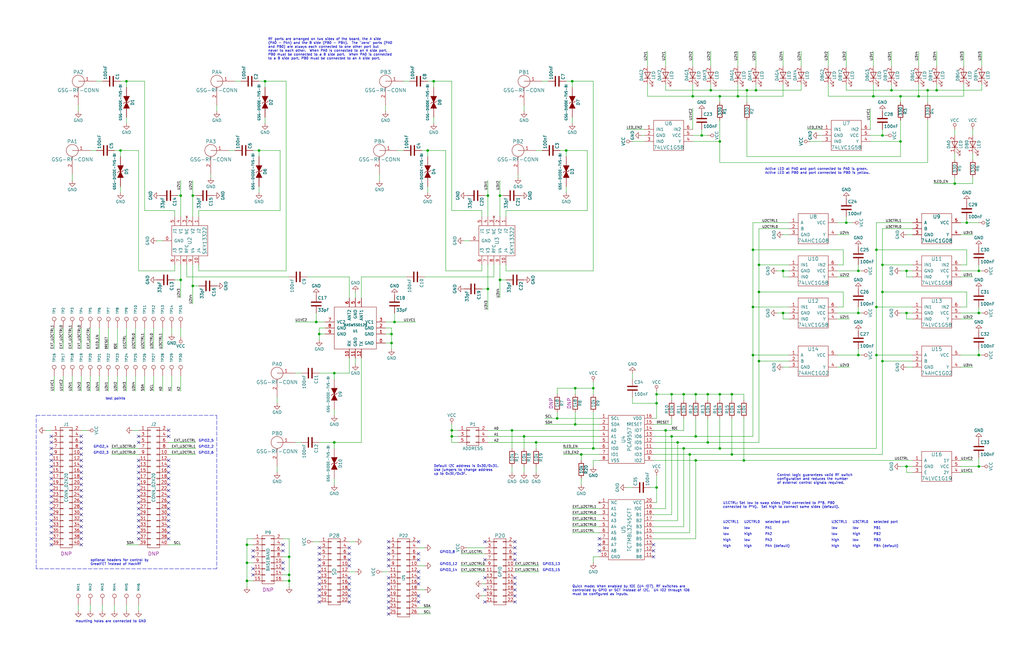
<source format=kicad_sch>
(kicad_sch (version 20230121) (generator eeschema)
  (paper "User" 431.8 279.4)
  (title_block (title "Opera Cake") (date "${DATE}") (rev "${VERSION}") (company "Copyright 2024 Great Scott Gadgets") (comment 1 "License: GPL v2"))
  (junction (at 76.2 82.55))
  (junction (at 368.3 40.64))
  (junction (at 133.35 135.89))
  (junction (at 220.98 184.15))
  (junction (at 372.11 152.4))
  (junction (at 104.14 229.87))
  (junction (at 242.57 179.07))
  (junction (at 313.69 194.31))
  (junction (at 111.76 34.29))
  (junction (at 382.27 132.08))
  (junction (at 140.97 186.69))
  (junction (at 382.27 114.3))
  (junction (at 299.72 38.1))
  (junction (at 109.22 63.5))
  (junction (at 292.1 40.64))
  (junction (at 288.29 166.37))
  (junction (at 320.04 123.19))
  (junction (at 330.2 114.3))
  (junction (at 298.45 166.37))
  (junction (at 412.75 149.86))
  (junction (at 245.11 191.77))
  (junction (at 53.34 34.29))
  (junction (at 180.34 63.5))
  (junction (at 283.21 166.37))
  (junction (at 387.35 40.64))
  (junction (at 104.14 237.49))
  (junction (at 276.86 170.18))
  (junction (at 190.5 181.61))
  (junction (at 190.5 184.15))
  (junction (at 298.45 186.69))
  (junction (at 303.53 59.69))
  (junction (at 303.53 189.23))
  (junction (at 104.14 245.11))
  (junction (at 293.37 166.37))
  (junction (at 308.61 191.77))
  (junction (at 121.92 242.57))
  (junction (at 317.5 149.86))
  (junction (at 166.37 135.89))
  (junction (at 356.87 93.98))
  (junction (at 81.28 82.55))
  (junction (at 205.74 121.92))
  (junction (at 407.67 93.98))
  (junction (at 205.74 82.55))
  (junction (at 238.76 63.5))
  (junction (at 375.92 38.1))
  (junction (at 242.57 163.83))
  (junction (at 369.57 149.86))
  (junction (at 412.75 132.08))
  (junction (at 320.04 152.4))
  (junction (at 394.97 38.1))
  (junction (at 369.57 105.41))
  (junction (at 76.2 118.11))
  (junction (at 382.27 196.85))
  (junction (at 303.53 166.37))
  (junction (at 330.2 132.08))
  (junction (at 134.62 140.97))
  (junction (at 293.37 184.15))
  (junction (at 314.96 38.1))
  (junction (at 226.06 186.69))
  (junction (at 402.59 77.47))
  (junction (at 50.8 63.5))
  (junction (at 311.15 40.64))
  (junction (at 379.73 59.69))
  (junction (at 215.9 181.61))
  (junction (at 81.28 120.65))
  (junction (at 250.19 189.23))
  (junction (at 412.75 114.3))
  (junction (at 121.92 234.95))
  (junction (at 241.3 34.29))
  (junction (at 379.73 40.64))
  (junction (at 369.57 129.54))
  (junction (at 288.29 189.23))
  (junction (at 372.11 57.15))
  (junction (at 308.61 166.37))
  (junction (at 121.92 245.11))
  (junction (at 182.88 34.29))
  (junction (at 165.1 140.97))
  (junction (at 234.95 176.53))
  (junction (at 361.95 132.08))
  (junction (at 276.86 166.37))
  (junction (at 293.37 194.31))
  (junction (at 412.75 196.85))
  (junction (at 391.16 38.1))
  (junction (at 361.95 149.86))
  (junction (at 295.91 57.15))
  (junction (at 372.11 111.76))
  (junction (at 317.5 105.41))
  (junction (at 283.21 184.15))
  (junction (at 165.1 144.78))
  (junction (at 280.67 181.61))
  (junction (at 276.86 205.74))
  (junction (at 303.53 40.64))
  (junction (at 320.04 111.76))
  (junction (at 361.95 114.3))
  (junction (at 210.82 82.55))
  (junction (at 210.82 118.11))
  (junction (at 250.19 163.83))
  (junction (at 318.77 38.1))
  (junction (at 317.5 129.54))
  (junction (at 140.97 157.48))
  (junction (at 372.11 123.19))
  (junction (at 285.75 186.69))
  (junction (at 290.83 191.77))
  (no_connect (at 21.59 194.31))
  (no_connect (at 34.29 212.09))
  (no_connect (at 119.38 229.87))
  (no_connect (at 71.12 207.01))
  (no_connect (at 34.29 227.33))
  (no_connect (at 176.53 236.22))
  (no_connect (at 163.83 254))
  (no_connect (at 21.59 229.87))
  (no_connect (at 58.42 224.79))
  (no_connect (at 34.29 209.55))
  (no_connect (at 163.83 246.38))
  (no_connect (at 176.53 233.68))
  (no_connect (at 34.29 204.47))
  (no_connect (at 21.59 201.93))
  (no_connect (at 58.42 199.39))
  (no_connect (at 217.17 243.84))
  (no_connect (at 106.68 232.41))
  (no_connect (at 21.59 227.33))
  (no_connect (at 21.59 212.09))
  (no_connect (at 71.12 214.63))
  (no_connect (at 58.42 204.47))
  (no_connect (at 217.17 231.14))
  (no_connect (at 34.29 186.69))
  (no_connect (at 163.83 233.68))
  (no_connect (at 34.29 199.39))
  (no_connect (at 163.83 248.92))
  (no_connect (at 58.42 217.17))
  (no_connect (at 134.62 251.46))
  (no_connect (at 252.73 232.41))
  (no_connect (at 275.59 234.95))
  (no_connect (at 204.47 236.22))
  (no_connect (at 147.32 254))
  (no_connect (at 163.83 231.14))
  (no_connect (at 134.62 236.22))
  (no_connect (at 147.32 231.14))
  (no_connect (at 21.59 189.23))
  (no_connect (at 163.83 238.76))
  (no_connect (at 34.29 207.01))
  (no_connect (at 176.53 251.46))
  (no_connect (at 71.12 224.79))
  (no_connect (at 58.42 209.55))
  (no_connect (at 134.62 246.38))
  (no_connect (at 134.62 254))
  (no_connect (at 71.12 201.93))
  (no_connect (at 252.73 229.87))
  (no_connect (at 106.68 242.57))
  (no_connect (at 217.17 228.6))
  (no_connect (at 34.29 196.85))
  (no_connect (at 34.29 222.25))
  (no_connect (at 275.59 229.87))
  (no_connect (at 71.12 181.61))
  (no_connect (at 71.12 227.33))
  (no_connect (at 134.62 241.3))
  (no_connect (at 252.73 227.33))
  (no_connect (at 176.53 246.38))
  (no_connect (at 58.42 196.85))
  (no_connect (at 163.83 228.6))
  (no_connect (at 21.59 184.15))
  (no_connect (at 34.29 214.63))
  (no_connect (at 134.62 248.92))
  (no_connect (at 58.42 194.31))
  (no_connect (at 163.83 243.84))
  (no_connect (at 34.29 189.23))
  (no_connect (at 21.59 219.71))
  (no_connect (at 217.17 236.22))
  (no_connect (at 21.59 207.01))
  (no_connect (at 34.29 217.17))
  (no_connect (at 71.12 196.85))
  (no_connect (at 71.12 209.55))
  (no_connect (at 147.32 251.46))
  (no_connect (at 71.12 217.17))
  (no_connect (at 21.59 222.25))
  (no_connect (at 71.12 222.25))
  (no_connect (at 204.47 248.92))
  (no_connect (at 71.12 219.71))
  (no_connect (at 217.17 246.38))
  (no_connect (at 58.42 201.93))
  (no_connect (at 21.59 224.79))
  (no_connect (at 58.42 184.15))
  (no_connect (at 147.32 243.84))
  (no_connect (at 134.62 233.68))
  (no_connect (at 71.12 184.15))
  (no_connect (at 34.29 224.79))
  (no_connect (at 58.42 207.01))
  (no_connect (at 217.17 233.68))
  (no_connect (at 176.53 243.84))
  (no_connect (at 58.42 212.09))
  (no_connect (at 176.53 254))
  (no_connect (at 163.83 256.54))
  (no_connect (at 21.59 186.69))
  (no_connect (at 34.29 191.77))
  (no_connect (at 119.38 232.41))
  (no_connect (at 71.12 199.39))
  (no_connect (at 134.62 231.14))
  (no_connect (at 134.62 238.76))
  (no_connect (at 204.47 228.6))
  (no_connect (at 21.59 191.77))
  (no_connect (at 147.32 246.38))
  (no_connect (at 217.17 248.92))
  (no_connect (at 217.17 254))
  (no_connect (at 34.29 194.31))
  (no_connect (at 58.42 219.71))
  (no_connect (at 163.83 251.46))
  (no_connect (at 21.59 214.63))
  (no_connect (at 134.62 243.84))
  (no_connect (at 106.68 240.03))
  (no_connect (at 147.32 248.92))
  (no_connect (at 163.83 236.22))
  (no_connect (at 58.42 186.69))
  (no_connect (at 34.29 201.93))
  (no_connect (at 21.59 217.17))
  (no_connect (at 58.42 227.33))
  (no_connect (at 119.38 237.49))
  (no_connect (at 21.59 204.47))
  (no_connect (at 176.53 228.6))
  (no_connect (at 176.53 241.3))
  (no_connect (at 217.17 251.46))
  (no_connect (at 204.47 243.84))
  (no_connect (at 58.42 214.63))
  (no_connect (at 71.12 212.09))
  (no_connect (at 71.12 194.31))
  (no_connect (at 204.47 254))
  (no_connect (at 21.59 196.85))
  (no_connect (at 147.32 238.76))
  (no_connect (at 147.32 233.68))
  (no_connect (at 21.59 209.55))
  (no_connect (at 147.32 236.22))
  (no_connect (at 119.38 240.03))
  (no_connect (at 58.42 222.25))
  (no_connect (at 21.59 199.39))
  (no_connect (at 106.68 234.95))
  (no_connect (at 34.29 229.87))
  (no_connect (at 34.29 184.15))
  (no_connect (at 163.83 259.08))
  (no_connect (at 34.29 219.71))
  (no_connect (at 275.59 232.41))
  (no_connect (at 71.12 204.47))
  (wire (pts (xy 273.05 21.59) (xy 273.05 27.94)))
  (wire (pts (xy 402.59 54.61) (xy 402.59 57.15)))
  (wire (pts (xy 311.15 40.64) (xy 330.2 40.64)))
  (wire (pts (xy 181.61 259.08) (xy 176.53 259.08)))
  (wire (pts (xy 241.3 217.17) (xy 252.73 217.17)))
  (wire (pts (xy 234.95 176.53) (xy 252.73 176.53)))
  (wire (pts (xy 190.5 181.61) (xy 193.04 181.61)))
  (wire (pts (xy 382.27 116.84) (xy 384.81 116.84)))
  (wire (pts (xy 406.4 40.64) (xy 406.4 35.56)))
  (wire (pts (xy 250.19 173.99) (xy 250.19 189.23)))
  (wire (pts (xy 124.46 186.69) (xy 127 186.69)))
  (wire (pts (xy 215.9 181.61) (xy 215.9 189.23)))
  (wire (pts (xy 53.34 52.07) (xy 53.34 49.53)))
  (wire (pts (xy 104.14 245.11) (xy 104.14 247.65)))
  (wire (pts (xy 356.87 21.59) (xy 356.87 27.94)))
  (wire (pts (xy 245.11 191.77) (xy 252.73 191.77)))
  (wire (pts (xy 50.8 63.5) (xy 50.8 66.04)))
  (wire (pts (xy 317.5 129.54) (xy 332.74 129.54)))
  (wire (pts (xy 133.35 135.89) (xy 137.16 135.89)))
  (wire (pts (xy 250.19 163.83) (xy 250.19 166.37)))
  (wire (pts (xy 276.86 170.18) (xy 266.7 170.18)))
  (wire (pts (xy 106.68 229.87) (xy 104.14 229.87)))
  (wire (pts (xy 379.73 40.64) (xy 387.35 40.64)))
  (wire (pts (xy 38.1 165.1) (xy 38.1 158.75)))
  (wire (pts (xy 330.2 114.3) (xy 330.2 116.84)))
  (wire (pts (xy 30.48 165.1) (xy 30.48 158.75)))
  (wire (pts (xy 203.2 121.92) (xy 205.74 121.92)))
  (wire (pts (xy 53.34 255.27) (xy 53.34 257.81)))
  (wire (pts (xy 303.53 50.8) (xy 303.53 59.69)))
  (wire (pts (xy 182.88 34.29) (xy 182.88 36.83)))
  (wire (pts (xy 203.2 114.3) (xy 203.2 111.76)))
  (wire (pts (xy 236.22 63.5) (xy 238.76 63.5)))
  (wire (pts (xy 407.67 93.98) (xy 412.75 93.98)))
  (wire (pts (xy 266.7 205.74) (xy 264.16 205.74)))
  (wire (pts (xy 195.58 101.6) (xy 198.12 101.6)))
  (wire (pts (xy 111.76 34.29) (xy 111.76 36.83)))
  (wire (pts (xy 382.27 132.08) (xy 382.27 134.62)))
  (wire (pts (xy 49.53 138.43) (xy 49.53 147.32)))
  (wire (pts (xy 241.3 219.71) (xy 252.73 219.71)))
  (wire (pts (xy 275.59 222.25) (xy 288.29 222.25)))
  (wire (pts (xy 190.5 184.15) (xy 190.5 186.69)))
  (wire (pts (xy 361.95 149.86) (xy 363.22 149.86)))
  (wire (pts (xy 76.2 229.87) (xy 71.12 229.87)))
  (wire (pts (xy 353.06 149.86) (xy 361.95 149.86)))
  (wire (pts (xy 280.67 38.1) (xy 299.72 38.1)))
  (wire (pts (xy 109.22 63.5) (xy 109.22 66.04)))
  (wire (pts (xy 276.86 205.74) (xy 274.32 205.74)))
  (wire (pts (xy 250.19 194.31) (xy 252.73 194.31)))
  (wire (pts (xy 407.67 129.54) (xy 405.13 129.54)))
  (wire (pts (xy 238.76 34.29) (xy 241.3 34.29)))
  (wire (pts (xy 38.1 147.32) (xy 38.1 138.43)))
  (wire (pts (xy 48.26 63.5) (xy 50.8 63.5)))
  (wire (pts (xy 238.76 63.5) (xy 247.65 63.5)))
  (wire (pts (xy 298.45 176.53) (xy 298.45 186.69)))
  (wire (pts (xy 314.96 66.04) (xy 314.96 50.8)))
  (wire (pts (xy 313.69 194.31) (xy 384.81 194.31)))
  (polyline (pts (xy 15.24 240.03) (xy 15.24 175.26)) (stroke (width 0) (type dash)))
  (wire (pts (xy 270.51 57.15) (xy 271.78 57.15)))
  (wire (pts (xy 182.88 52.07) (xy 182.88 49.53)))
  (wire (pts (xy 41.91 138.43) (xy 41.91 147.32)))
  (wire (pts (xy 414.02 21.59) (xy 414.02 27.94)))
  (wire (pts (xy 30.48 147.32) (xy 30.48 138.43)))
  (wire (pts (xy 372.11 111.76) (xy 372.11 123.19)))
  (wire (pts (xy 317.5 93.98) (xy 332.74 93.98)))
  (wire (pts (xy 190.5 186.69) (xy 193.04 186.69)))
  (wire (pts (xy 140.97 186.69) (xy 152.4 186.69)))
  (wire (pts (xy 180.34 63.5) (xy 187.96 63.5)))
  (wire (pts (xy 208.28 111.76) (xy 208.28 116.84)))
  (wire (pts (xy 402.59 77.47) (xy 410.21 77.47)))
  (wire (pts (xy 303.53 68.58) (xy 391.16 68.58)))
  (wire (pts (xy 358.14 154.94) (xy 353.06 154.94)))
  (wire (pts (xy 317.5 105.41) (xy 317.5 129.54)))
  (wire (pts (xy 50.8 63.5) (xy 58.42 63.5)))
  (wire (pts (xy 83.82 120.65) (xy 81.28 120.65)))
  (wire (pts (xy 179.07 238.76) (xy 176.53 238.76)))
  (wire (pts (xy 241.3 34.29) (xy 241.3 36.83)))
  (wire (pts (xy 118.11 63.5) (xy 118.11 88.9)))
  (wire (pts (xy 407.67 123.19) (xy 407.67 129.54)))
  (wire (pts (xy 190.5 88.9) (xy 203.2 88.9)))
  (wire (pts (xy 275.59 179.07) (xy 283.21 179.07)))
  (wire (pts (xy 314.96 38.1) (xy 314.96 43.18)))
  (polyline (pts (xy 91.44 240.03) (xy 15.24 240.03)) (stroke (width 0) (type dash)))
  (wire (pts (xy 369.57 93.98) (xy 369.57 105.41)))
  (wire (pts (xy 405.13 194.31) (xy 410.21 194.31)))
  (wire (pts (xy 353.06 114.3) (xy 361.95 114.3)))
  (wire (pts (xy 83.82 114.3) (xy 83.82 111.76)))
  (wire (pts (xy 177.8 63.5) (xy 180.34 63.5)))
  (wire (pts (xy 121.92 245.11) (xy 121.92 247.65)))
  (wire (pts (xy 285.75 186.69) (xy 275.59 186.69)))
  (wire (pts (xy 379.73 132.08) (xy 382.27 132.08)))
  (wire (pts (xy 264.16 54.61) (xy 271.78 54.61)))
  (wire (pts (xy 58.42 114.3) (xy 73.66 114.3)))
  (wire (pts (xy 22.86 147.32) (xy 22.86 138.43)))
  (wire (pts (xy 134.62 157.48) (xy 140.97 157.48)))
  (wire (pts (xy 205.74 184.15) (xy 220.98 184.15)))
  (wire (pts (xy 53.34 229.87) (xy 58.42 229.87)))
  (wire (pts (xy 293.37 184.15) (xy 293.37 176.53)))
  (wire (pts (xy 109.22 34.29) (xy 111.76 34.29)))
  (wire (pts (xy 226.06 186.69) (xy 252.73 186.69)))
  (wire (pts (xy 78.74 116.84) (xy 121.92 116.84)))
  (wire (pts (xy 379.73 66.04) (xy 314.96 66.04)))
  (wire (pts (xy 353.06 99.06) (xy 358.14 99.06)))
  (wire (pts (xy 367.03 59.69) (xy 379.73 59.69)))
  (wire (pts (xy 165.1 138.43) (xy 165.1 140.97)))
  (wire (pts (xy 190.5 179.07) (xy 190.5 181.61)))
  (wire (pts (xy 134.62 140.97) (xy 137.16 140.97)))
  (wire (pts (xy 162.56 135.89) (xy 166.37 135.89)))
  (wire (pts (xy 280.67 181.61) (xy 288.29 181.61)))
  (wire (pts (xy 66.04 101.6) (xy 68.58 101.6)))
  (wire (pts (xy 205.74 181.61) (xy 215.9 181.61)))
  (wire (pts (xy 387.35 40.64) (xy 387.35 35.56)))
  (wire (pts (xy 133.35 132.08) (xy 133.35 135.89)))
  (wire (pts (xy 341.63 59.69) (xy 346.71 59.69)))
  (wire (pts (xy 361.95 132.08) (xy 363.22 132.08)))
  (wire (pts (xy 332.74 96.52) (xy 320.04 96.52)))
  (wire (pts (xy 149.86 241.3) (xy 147.32 241.3)))
  (wire (pts (xy 134.62 186.69) (xy 140.97 186.69)))
  (wire (pts (xy 104.14 245.11) (xy 106.68 245.11)))
  (wire (pts (xy 134.62 140.97) (xy 134.62 143.51)))
  (wire (pts (xy 369.57 129.54) (xy 384.81 129.54)))
  (wire (pts (xy 288.29 166.37) (xy 288.29 168.91)))
  (wire (pts (xy 412.75 111.76) (xy 412.75 114.3)))
  (wire (pts (xy 299.72 35.56) (xy 299.72 38.1)))
  (wire (pts (xy 43.18 255.27) (xy 43.18 257.81)))
  (wire (pts (xy 369.57 149.86) (xy 384.81 149.86)))
  (wire (pts (xy 285.75 219.71) (xy 285.75 186.69)))
  (wire (pts (xy 190.5 34.29) (xy 190.5 88.9)))
  (wire (pts (xy 205.74 82.55) (xy 205.74 91.44)))
  (wire (pts (xy 412.75 132.08) (xy 414.02 132.08)))
  (wire (pts (xy 405.13 134.62) (xy 410.21 134.62)))
  (wire (pts (xy 407.67 105.41) (xy 407.67 111.76)))
  (wire (pts (xy 367.03 57.15) (xy 372.11 57.15)))
  (wire (pts (xy 275.59 181.61) (xy 280.67 181.61)))
  (wire (pts (xy 250.19 237.49) (xy 250.19 234.95)))
  (wire (pts (xy 382.27 132.08) (xy 384.81 132.08)))
  (wire (pts (xy 320.04 186.69) (xy 298.45 186.69)))
  (wire (pts (xy 149.86 151.13) (xy 149.86 153.67)))
  (wire (pts (xy 308.61 166.37) (xy 313.69 166.37)))
  (wire (pts (xy 152.4 186.69) (xy 152.4 151.13)))
  (wire (pts (xy 405.13 132.08) (xy 412.75 132.08)))
  (wire (pts (xy 204.47 233.68) (xy 194.31 233.68)))
  (wire (pts (xy 205.74 121.92) (xy 205.74 130.81)))
  (wire (pts (xy 283.21 184.15) (xy 275.59 184.15)))
  (wire (pts (xy 349.25 21.59) (xy 349.25 27.94)))
  (wire (pts (xy 327.66 114.3) (xy 330.2 114.3)))
  (wire (pts (xy 361.95 111.76) (xy 361.95 114.3)))
  (wire (pts (xy 293.37 194.31) (xy 313.69 194.31)))
  (polyline (pts (xy 15.24 175.26) (xy 91.44 175.26)) (stroke (width 0) (type dash)))
  (wire (pts (xy 372.11 191.77) (xy 308.61 191.77)))
  (wire (pts (xy 303.53 189.23) (xy 303.53 176.53)))
  (wire (pts (xy 407.67 92.71) (xy 407.67 93.98)))
  (wire (pts (xy 106.68 63.5) (xy 109.22 63.5)))
  (wire (pts (xy 372.11 57.15) (xy 373.38 57.15)))
  (wire (pts (xy 276.86 205.74) (xy 276.86 212.09)))
  (wire (pts (xy 379.73 114.3) (xy 382.27 114.3)))
  (wire (pts (xy 379.73 50.8) (xy 379.73 59.69)))
  (wire (pts (xy 34.29 138.43) (xy 34.29 147.32)))
  (wire (pts (xy 60.96 147.32) (xy 60.96 138.43)))
  (wire (pts (xy 369.57 149.86) (xy 369.57 189.23)))
  (wire (pts (xy 355.6 123.19) (xy 355.6 129.54)))
  (wire (pts (xy 242.57 179.07) (xy 252.73 179.07)))
  (wire (pts (xy 60.96 158.75) (xy 60.96 165.1)))
  (wire (pts (xy 330.2 40.64) (xy 330.2 35.56)))
  (wire (pts (xy 234.95 173.99) (xy 234.95 176.53)))
  (wire (pts (xy 106.68 227.33) (xy 104.14 227.33)))
  (wire (pts (xy 337.82 21.59) (xy 337.82 27.94)))
  (wire (pts (xy 76.2 111.76) (xy 76.2 118.11)))
  (wire (pts (xy 412.75 147.32) (xy 412.75 149.86)))
  (wire (pts (xy 57.15 165.1) (xy 57.15 158.75)))
  (wire (pts (xy 275.59 219.71) (xy 285.75 219.71)))
  (wire (pts (xy 317.5 105.41) (xy 355.6 105.41)))
  (wire (pts (xy 205.74 111.76) (xy 205.74 121.92)))
  (wire (pts (xy 410.21 64.77) (xy 410.21 67.31)))
  (wire (pts (xy 78.74 111.76) (xy 78.74 116.84)))
  (wire (pts (xy 99.06 34.29) (xy 101.6 34.29)))
  (wire (pts (xy 30.48 73.66) (xy 30.48 76.2)))
  (wire (pts (xy 288.29 181.61) (xy 288.29 176.53)))
  (wire (pts (xy 147.32 116.84) (xy 129.54 116.84)))
  (wire (pts (xy 293.37 166.37) (xy 293.37 168.91)))
  (wire (pts (xy 134.62 138.43) (xy 134.62 140.97)))
  (wire (pts (xy 273.05 35.56) (xy 273.05 40.64)))
  (wire (pts (xy 353.06 132.08) (xy 361.95 132.08)))
  (wire (pts (xy 283.21 217.17) (xy 283.21 184.15)))
  (wire (pts (xy 290.83 191.77) (xy 275.59 191.77)))
  (wire (pts (xy 228.6 34.29) (xy 231.14 34.29)))
  (wire (pts (xy 76.2 165.1) (xy 76.2 158.75)))
  (wire (pts (xy 238.76 81.28) (xy 238.76 78.74)))
  (wire (pts (xy 320.04 152.4) (xy 332.74 152.4)))
  (wire (pts (xy 382.27 196.85) (xy 382.27 199.39)))
  (wire (pts (xy 349.25 40.64) (xy 368.3 40.64)))
  (wire (pts (xy 327.66 132.08) (xy 330.2 132.08)))
  (wire (pts (xy 60.96 88.9) (xy 73.66 88.9)))
  (wire (pts (xy 298.45 186.69) (xy 285.75 186.69)))
  (wire (pts (xy 121.92 242.57) (xy 119.38 242.57)))
  (wire (pts (xy 238.76 63.5) (xy 238.76 66.04)))
  (wire (pts (xy 292.1 54.61) (xy 292.1 45.72)))
  (wire (pts (xy 46.99 189.23) (xy 58.42 189.23)))
  (wire (pts (xy 83.82 88.9) (xy 83.82 91.44)))
  (wire (pts (xy 349.25 35.56) (xy 349.25 40.64)))
  (wire (pts (xy 330.2 21.59) (xy 330.2 27.94)))
  (wire (pts (xy 247.65 88.9) (xy 213.36 88.9)))
  (wire (pts (xy 369.57 189.23) (xy 303.53 189.23)))
  (wire (pts (xy 64.77 138.43) (xy 64.77 147.32)))
  (polyline (pts (xy 91.44 175.26) (xy 91.44 240.03)) (stroke (width 0) (type dash)))
  (wire (pts (xy 33.02 44.45) (xy 33.02 46.99)))
  (wire (pts (xy 356.87 38.1) (xy 356.87 35.56)))
  (wire (pts (xy 152.4 116.84) (xy 152.4 125.73)))
  (wire (pts (xy 412.75 114.3) (xy 414.02 114.3)))
  (wire (pts (xy 109.22 63.5) (xy 118.11 63.5)))
  (wire (pts (xy 72.39 138.43) (xy 72.39 140.97)))
  (wire (pts (xy 298.45 166.37) (xy 298.45 168.91)))
  (wire (pts (xy 382.27 99.06) (xy 384.81 99.06)))
  (wire (pts (xy 405.13 114.3) (xy 412.75 114.3)))
  (wire (pts (xy 220.98 184.15) (xy 252.73 184.15)))
  (wire (pts (xy 237.49 189.23) (xy 250.19 189.23)))
  (wire (pts (xy 330.2 154.94) (xy 332.74 154.94)))
  (wire (pts (xy 382.27 154.94) (xy 384.81 154.94)))
  (wire (pts (xy 121.92 234.95) (xy 121.92 242.57)))
  (wire (pts (xy 210.82 76.2) (xy 210.82 82.55)))
  (wire (pts (xy 34.29 181.61) (xy 36.83 181.61)))
  (wire (pts (xy 382.27 199.39) (xy 384.81 199.39)))
  (wire (pts (xy 58.42 255.27) (xy 58.42 257.81)))
  (wire (pts (xy 196.85 231.14) (xy 204.47 231.14)))
  (wire (pts (xy 387.35 40.64) (xy 406.4 40.64)))
  (wire (pts (xy 124.46 135.89) (xy 133.35 135.89)))
  (wire (pts (xy 127 157.48) (xy 124.46 157.48)))
  (wire (pts (xy 288.29 189.23) (xy 275.59 189.23)))
  (wire (pts (xy 73.66 118.11) (xy 76.2 118.11)))
  (wire (pts (xy 140.97 204.47) (xy 140.97 201.93)))
  (wire (pts (xy 276.86 212.09) (xy 275.59 212.09)))
  (wire (pts (xy 372.11 96.52) (xy 372.11 111.76)))
  (wire (pts (xy 81.28 76.2) (xy 81.28 82.55)))
  (wire (pts (xy 220.98 44.45) (xy 220.98 46.99)))
  (wire (pts (xy 318.77 38.1) (xy 318.77 35.56)))
  (wire (pts (xy 182.88 34.29) (xy 190.5 34.29)))
  (wire (pts (xy 391.16 68.58) (xy 391.16 50.8)))
  (wire (pts (xy 303.53 40.64) (xy 303.53 43.18)))
  (wire (pts (xy 353.06 93.98) (xy 356.87 93.98)))
  (wire (pts (xy 276.86 170.18) (xy 276.86 176.53)))
  (wire (pts (xy 119.38 234.95) (xy 121.92 234.95)))
  (wire (pts (xy 226.06 63.5) (xy 228.6 63.5)))
  (wire (pts (xy 162.56 138.43) (xy 165.1 138.43)))
  (wire (pts (xy 149.86 123.19) (xy 149.86 125.73)))
  (wire (pts (xy 355.6 129.54) (xy 353.06 129.54)))
  (wire (pts (xy 275.59 194.31) (xy 293.37 194.31)))
  (wire (pts (xy 250.19 114.3) (xy 213.36 114.3)))
  (wire (pts (xy 165.1 144.78) (xy 162.56 144.78)))
  (wire (pts (xy 275.59 224.79) (xy 290.83 224.79)))
  (wire (pts (xy 330.2 99.06) (xy 332.74 99.06)))
  (wire (pts (xy 330.2 134.62) (xy 332.74 134.62)))
  (wire (pts (xy 121.92 245.11) (xy 119.38 245.11)))
  (wire (pts (xy 355.6 111.76) (xy 353.06 111.76)))
  (wire (pts (xy 317.5 93.98) (xy 317.5 105.41)))
  (wire (pts (xy 81.28 111.76) (xy 81.28 120.65)))
  (wire (pts (xy 311.15 40.64) (xy 311.15 35.56)))
  (wire (pts (xy 96.52 63.5) (xy 99.06 63.5)))
  (wire (pts (xy 53.34 165.1) (xy 53.34 158.75)))
  (wire (pts (xy 276.86 200.66) (xy 276.86 205.74)))
  (wire (pts (xy 394.97 38.1) (xy 414.02 38.1)))
  (wire (pts (xy 303.53 166.37) (xy 303.53 168.91)))
  (wire (pts (xy 227.33 238.76) (xy 217.17 238.76)))
  (wire (pts (xy 308.61 176.53) (xy 308.61 191.77)))
  (wire (pts (xy 369.57 105.41) (xy 407.67 105.41)))
  (wire (pts (xy 204.47 246.38) (xy 203.2 246.38)))
  (wire (pts (xy 208.28 116.84) (xy 179.07 116.84)))
  (wire (pts (xy 205.74 186.69) (xy 226.06 186.69)))
  (wire (pts (xy 313.69 194.31) (xy 313.69 176.53)))
  (wire (pts (xy 53.34 34.29) (xy 53.34 36.83)))
  (wire (pts (xy 412.75 149.86) (xy 414.02 149.86)))
  (wire (pts (xy 317.5 129.54) (xy 317.5 149.86)))
  (wire (pts (xy 283.21 166.37) (xy 283.21 168.91)))
  (wire (pts (xy 68.58 147.32) (xy 68.58 138.43)))
  (wire (pts (xy 50.8 81.28) (xy 50.8 78.74)))
  (wire (pts (xy 299.72 38.1) (xy 314.96 38.1)))
  (wire (pts (xy 290.83 224.79) (xy 290.83 191.77)))
  (wire (pts (xy 234.95 163.83) (xy 242.57 163.83)))
  (wire (pts (xy 368.3 21.59) (xy 368.3 27.94)))
  (wire (pts (xy 187.96 63.5) (xy 187.96 114.3)))
  (wire (pts (xy 299.72 21.59) (xy 299.72 27.94)))
  (wire (pts (xy 82.55 186.69) (xy 71.12 186.69)))
  (wire (pts (xy 372.11 123.19) (xy 407.67 123.19)))
  (wire (pts (xy 303.53 59.69) (xy 303.53 68.58)))
  (wire (pts (xy 81.28 82.55) (xy 81.28 91.44)))
  (wire (pts (xy 345.44 57.15) (xy 346.71 57.15)))
  (wire (pts (xy 215.9 196.85) (xy 215.9 199.39)))
  (wire (pts (xy 293.37 227.33) (xy 293.37 194.31)))
  (wire (pts (xy 217.17 241.3) (xy 227.33 241.3)))
  (wire (pts (xy 38.1 63.5) (xy 40.64 63.5)))
  (wire (pts (xy 220.98 184.15) (xy 220.98 189.23)))
  (wire (pts (xy 250.19 161.29) (xy 250.19 163.83)))
  (wire (pts (xy 410.21 116.84) (xy 405.13 116.84)))
  (wire (pts (xy 57.15 138.43) (xy 57.15 147.32)))
  (wire (pts (xy 298.45 166.37) (xy 303.53 166.37)))
  (wire (pts (xy 375.92 35.56) (xy 375.92 38.1)))
  (wire (pts (xy 405.13 99.06) (xy 410.21 99.06)))
  (wire (pts (xy 391.16 38.1) (xy 391.16 43.18)))
  (wire (pts (xy 361.95 114.3) (xy 363.22 114.3)))
  (wire (pts (xy 293.37 166.37) (xy 298.45 166.37)))
  (wire (pts (xy 149.86 228.6) (xy 147.32 228.6)))
  (wire (pts (xy 132.08 228.6) (xy 134.62 228.6)))
  (wire (pts (xy 116.84 196.85) (xy 116.84 199.39)))
  (wire (pts (xy 320.04 152.4) (xy 320.04 186.69)))
  (wire (pts (xy 58.42 63.5) (xy 58.42 114.3)))
  (wire (pts (xy 314.96 38.1) (xy 318.77 38.1)))
  (wire (pts (xy 280.67 214.63) (xy 280.67 181.61)))
  (wire (pts (xy 226.06 196.85) (xy 226.06 199.39)))
  (wire (pts (xy 384.81 111.76) (xy 372.11 111.76)))
  (wire (pts (xy 250.19 196.85) (xy 250.19 194.31)))
  (wire (pts (xy 292.1 57.15) (xy 295.91 57.15)))
  (wire (pts (xy 387.35 21.59) (xy 387.35 27.94)))
  (wire (pts (xy 317.5 149.86) (xy 317.5 184.15)))
  (wire (pts (xy 330.2 116.84) (xy 332.74 116.84)))
  (wire (pts (xy 245.11 191.77) (xy 245.11 194.31)))
  (wire (pts (xy 308.61 166.37) (xy 308.61 168.91)))
  (wire (pts (xy 320.04 123.19) (xy 355.6 123.19)))
  (wire (pts (xy 33.02 255.27) (xy 33.02 257.81)))
  (wire (pts (xy 379.73 40.64) (xy 379.73 43.18)))
  (wire (pts (xy 292.1 59.69) (xy 303.53 59.69)))
  (wire (pts (xy 111.76 34.29) (xy 120.65 34.29)))
  (wire (pts (xy 26.67 158.75) (xy 26.67 165.1)))
  (wire (pts (xy 361.95 129.54) (xy 361.95 132.08)))
  (wire (pts (xy 220.98 196.85) (xy 220.98 199.39)))
  (wire (pts (xy 48.26 255.27) (xy 48.26 257.81)))
  (wire (pts (xy 229.87 179.07) (xy 242.57 179.07)))
  (wire (pts (xy 266.7 160.02) (xy 266.7 157.48)))
  (wire (pts (xy 275.59 217.17) (xy 283.21 217.17)))
  (wire (pts (xy 369.57 129.54) (xy 369.57 149.86)))
  (wire (pts (xy 410.21 77.47) (xy 410.21 74.93)))
  (wire (pts (xy 247.65 63.5) (xy 247.65 88.9)))
  (wire (pts (xy 179.07 231.14) (xy 176.53 231.14)))
  (wire (pts (xy 241.3 222.25) (xy 252.73 222.25)))
  (wire (pts (xy 410.21 154.94) (xy 405.13 154.94)))
  (wire (pts (xy 292.1 40.64) (xy 303.53 40.64)))
  (wire (pts (xy 337.82 38.1) (xy 337.82 35.56)))
  (wire (pts (xy 283.21 166.37) (xy 288.29 166.37)))
  (wire (pts (xy 356.87 93.98) (xy 359.41 93.98)))
  (wire (pts (xy 82.55 189.23) (xy 71.12 189.23)))
  (wire (pts (xy 82.55 82.55) (xy 81.28 82.55)))
  (wire (pts (xy 120.65 34.29) (xy 120.65 114.3)))
  (wire (pts (xy 242.57 163.83) (xy 250.19 163.83)))
  (wire (pts (xy 68.58 165.1) (xy 68.58 158.75)))
  (wire (pts (xy 372.11 152.4) (xy 372.11 191.77)))
  (wire (pts (xy 293.37 184.15) (xy 283.21 184.15)))
  (wire (pts (xy 276.86 165.1) (xy 276.86 166.37)))
  (wire (pts (xy 330.2 132.08) (xy 332.74 132.08)))
  (wire (pts (xy 140.97 157.48) (xy 147.32 157.48)))
  (wire (pts (xy 137.16 138.43) (xy 134.62 138.43)))
  (wire (pts (xy 179.07 248.92) (xy 176.53 248.92)))
  (wire (pts (xy 104.14 229.87) (xy 104.14 237.49)))
  (wire (pts (xy 382.27 114.3) (xy 384.81 114.3)))
  (wire (pts (xy 121.92 227.33) (xy 121.92 234.95)))
  (wire (pts (xy 45.72 147.32) (xy 45.72 138.43)))
  (wire (pts (xy 167.64 63.5) (xy 170.18 63.5)))
  (wire (pts (xy 368.3 40.64) (xy 379.73 40.64)))
  (wire (pts (xy 379.73 59.69) (xy 379.73 66.04)))
  (wire (pts (xy 356.87 91.44) (xy 356.87 93.98)))
  (wire (pts (xy 162.56 140.97) (xy 165.1 140.97)))
  (wire (pts (xy 241.3 34.29) (xy 250.19 34.29)))
  (wire (pts (xy 152.4 116.84) (xy 171.45 116.84)))
  (wire (pts (xy 213.36 118.11) (xy 210.82 118.11)))
  (wire (pts (xy 330.2 114.3) (xy 332.74 114.3)))
  (wire (pts (xy 288.29 222.25) (xy 288.29 189.23)))
  (wire (pts (xy 303.53 189.23) (xy 288.29 189.23)))
  (wire (pts (xy 45.72 165.1) (xy 45.72 158.75)))
  (wire (pts (xy 210.82 82.55) (xy 210.82 91.44)))
  (wire (pts (xy 41.91 158.75) (xy 41.91 165.1)))
  (wire (pts (xy 276.86 166.37) (xy 283.21 166.37)))
  (wire (pts (xy 147.32 116.84) (xy 147.32 125.73)))
  (wire (pts (xy 104.14 237.49) (xy 106.68 237.49)))
  (wire (pts (xy 82.55 191.77) (xy 71.12 191.77)))
  (wire (pts (xy 60.96 34.29) (xy 60.96 88.9)))
  (wire (pts (xy 369.57 105.41) (xy 369.57 129.54)))
  (wire (pts (xy 407.67 111.76) (xy 405.13 111.76)))
  (wire (pts (xy 140.97 175.26) (xy 140.97 172.72)))
  (wire (pts (xy 405.13 196.85) (xy 412.75 196.85)))
  (wire (pts (xy 276.86 176.53) (xy 275.59 176.53)))
  (wire (pts (xy 104.14 237.49) (xy 104.14 245.11)))
  (wire (pts (xy 303.53 166.37) (xy 308.61 166.37)))
  (wire (pts (xy 218.44 73.66) (xy 218.44 74.93)))
  (wire (pts (xy 76.2 82.55) (xy 76.2 91.44)))
  (wire (pts (xy 104.14 227.33) (xy 104.14 229.87)))
  (wire (pts (xy 369.57 93.98) (xy 384.81 93.98)))
  (wire (pts (xy 332.74 111.76) (xy 320.04 111.76)))
  (wire (pts (xy 356.87 38.1) (xy 375.92 38.1)))
  (wire (pts (xy 34.29 158.75) (xy 34.29 165.1)))
  (wire (pts (xy 190.5 181.61) (xy 190.5 184.15)))
  (wire (pts (xy 320.04 96.52) (xy 320.04 111.76)))
  (wire (pts (xy 166.37 132.08) (xy 166.37 135.89)))
  (wire (pts (xy 165.1 144.78) (xy 165.1 147.32)))
  (wire (pts (xy 372.11 123.19) (xy 372.11 152.4)))
  (wire (pts (xy 180.34 63.5) (xy 180.34 66.04)))
  (wire (pts (xy 276.86 166.37) (xy 276.86 170.18)))
  (wire (pts (xy 40.64 34.29) (xy 43.18 34.29)))
  (wire (pts (xy 46.99 191.77) (xy 58.42 191.77)))
  (wire (pts (xy 53.34 34.29) (xy 60.96 34.29)))
  (wire (pts (xy 368.3 40.64) (xy 368.3 35.56)))
  (wire (pts (xy 406.4 21.59) (xy 406.4 27.94)))
  (wire (pts (xy 330.2 132.08) (xy 330.2 134.62)))
  (wire (pts (xy 295.91 57.15) (xy 298.45 57.15)))
  (wire (pts (xy 250.19 234.95) (xy 252.73 234.95)))
  (wire (pts (xy 412.75 196.85) (xy 414.02 196.85)))
  (wire (pts (xy 229.87 176.53) (xy 234.95 176.53)))
  (wire (pts (xy 76.2 118.11) (xy 76.2 125.73)))
  (wire (pts (xy 241.3 224.79) (xy 252.73 224.79)))
  (wire (pts (xy 226.06 186.69) (xy 226.06 189.23)))
  (wire (pts (xy 375.92 38.1) (xy 391.16 38.1)))
  (wire (pts (xy 382.27 114.3) (xy 382.27 116.84)))
  (wire (pts (xy 379.73 196.85) (xy 382.27 196.85)))
  (wire (pts (xy 140.97 186.69) (xy 140.97 189.23)))
  (wire (pts (xy 22.86 165.1) (xy 22.86 158.75)))
  (wire (pts (xy 273.05 40.64) (xy 292.1 40.64)))
  (wire (pts (xy 394.97 38.1) (xy 394.97 35.56)))
  (wire (pts (xy 405.13 93.98) (xy 407.67 93.98)))
  (wire (pts (xy 210.82 118.11) (xy 210.82 125.73)))
  (wire (pts (xy 203.2 88.9) (xy 203.2 91.44)))
  (wire (pts (xy 382.27 196.85) (xy 384.81 196.85)))
  (wire (pts (xy 320.04 111.76) (xy 320.04 123.19)))
  (wire (pts (xy 147.32 157.48) (xy 147.32 151.13)))
  (wire (pts (xy 241.3 52.07) (xy 241.3 49.53)))
  (wire (pts (xy 361.95 149.86) (xy 361.95 147.32)))
  (wire (pts (xy 375.92 21.59) (xy 375.92 27.94)))
  (wire (pts (xy 49.53 158.75) (xy 49.53 165.1)))
  (wire (pts (xy 394.97 21.59) (xy 394.97 27.94)))
  (wire (pts (xy 91.44 44.45) (xy 91.44 46.99)))
  (wire (pts (xy 391.16 38.1) (xy 394.97 38.1)))
  (wire (pts (xy 250.19 34.29) (xy 250.19 114.3)))
  (wire (pts (xy 318.77 38.1) (xy 337.82 38.1)))
  (wire (pts (xy 402.59 74.93) (xy 402.59 77.47)))
  (wire (pts (xy 160.02 73.66) (xy 160.02 76.2)))
  (wire (pts (xy 382.27 134.62) (xy 384.81 134.62)))
  (wire (pts (xy 81.28 120.65) (xy 81.28 128.27)))
  (wire (pts (xy 367.03 45.72) (xy 367.03 54.61)))
  (wire (pts (xy 308.61 191.77) (xy 290.83 191.77)))
  (wire (pts (xy 402.59 64.77) (xy 402.59 67.31)))
  (wire (pts (xy 288.29 166.37) (xy 293.37 166.37)))
  (wire (pts (xy 162.56 44.45) (xy 162.56 46.99)))
  (wire (pts (xy 204.47 251.46) (xy 203.2 251.46)))
  (wire (pts (xy 275.59 214.63) (xy 280.67 214.63)))
  (wire (pts (xy 180.34 81.28) (xy 180.34 78.74)))
  (wire (pts (xy 313.69 166.37) (xy 313.69 168.91)))
  (wire (pts (xy 245.11 201.93) (xy 245.11 204.47)))
  (wire (pts (xy 412.75 193.04) (xy 412.75 196.85)))
  (wire (pts (xy 73.66 88.9) (xy 73.66 91.44)))
  (wire (pts (xy 355.6 105.41) (xy 355.6 111.76)))
  (wire (pts (xy 303.53 40.64) (xy 311.15 40.64)))
  (wire (pts (xy 213.36 88.9) (xy 213.36 91.44)))
  (wire (pts (xy 140.97 157.48) (xy 140.97 160.02)))
  (wire (pts (xy 410.21 54.61) (xy 410.21 57.15)))
  (wire (pts (xy 73.66 114.3) (xy 73.66 111.76)))
  (wire (pts (xy 280.67 38.1) (xy 280.67 35.56)))
  (wire (pts (xy 384.81 96.52) (xy 372.11 96.52)))
  (wire (pts (xy 311.15 21.59) (xy 311.15 27.94)))
  (wire (pts (xy 76.2 142.24) (xy 76.2 138.43)))
  (wire (pts (xy 165.1 140.97) (xy 165.1 144.78)))
  (wire (pts (xy 194.31 241.3) (xy 204.47 241.3)))
  (wire (pts (xy 50.8 34.29) (xy 53.34 34.29)))
  (wire (pts (xy 250.19 189.23) (xy 252.73 189.23)))
  (wire (pts (xy 414.02 38.1) (xy 414.02 35.56)))
  (wire (pts (xy 190.5 184.15) (xy 193.04 184.15)))
  (wire (pts (xy 38.1 255.27) (xy 38.1 257.81)))
  (wire (pts (xy 204.47 82.55) (xy 205.74 82.55)))
  (wire (pts (xy 26.67 138.43) (xy 26.67 147.32)))
  (wire (pts (xy 109.22 81.28) (xy 109.22 78.74)))
  (wire (pts (xy 170.18 34.29) (xy 172.72 34.29)))
  (wire (pts (xy 119.38 227.33) (xy 121.92 227.33)))
  (wire (pts (xy 210.82 111.76) (xy 210.82 118.11)))
  (wire (pts (xy 283.21 179.07) (xy 283.21 176.53)))
  (wire (pts (xy 320.04 123.19) (xy 320.04 152.4)))
  (wire (pts (xy 410.21 199.39) (xy 405.13 199.39)))
  (wire (pts (xy 76.2 76.2) (xy 76.2 82.55)))
  (wire (pts (xy 317.5 149.86) (xy 332.74 149.86)))
  (wire (pts (xy 266.7 170.18) (xy 266.7 167.64)))
  (wire (pts (xy 393.7 77.47) (xy 402.59 77.47)))
  (wire (pts (xy 53.34 147.32) (xy 53.34 138.43)))
  (wire (pts (xy 88.9 73.66) (xy 88.9 74.93)))
  (wire (pts (xy 210.82 82.55) (xy 212.09 82.55)))
  (wire (pts (xy 292.1 40.64) (xy 292.1 35.56)))
  (wire (pts (xy 116.84 167.64) (xy 116.84 170.18)))
  (wire (pts (xy 318.77 21.59) (xy 318.77 27.94)))
  (wire (pts (xy 161.29 241.3) (xy 163.83 241.3)))
  (wire (pts (xy 234.95 163.83) (xy 234.95 166.37)))
  (wire (pts (xy 213.36 114.3) (xy 213.36 111.76)))
  (wire (pts (xy 204.47 238.76) (xy 194.31 238.76)))
  (wire (pts (xy 187.96 114.3) (xy 203.2 114.3)))
  (wire (pts (xy 120.65 114.3) (xy 83.82 114.3)))
  (wire (pts (xy 118.11 88.9) (xy 83.82 88.9)))
  (wire (pts (xy 292.1 21.59) (xy 292.1 27.94)))
  (wire (pts (xy 295.91 54.61) (xy 295.91 57.15)))
  (wire (pts (xy 280.67 21.59) (xy 280.67 27.94)))
  (wire (pts (xy 412.75 129.54) (xy 412.75 132.08)))
  (wire (pts (xy 64.77 165.1) (xy 64.77 158.75)))
  (wire (pts (xy 340.36 54.61) (xy 346.71 54.61)))
  (wire (pts (xy 242.57 163.83) (xy 242.57 166.37)))
  (wire (pts (xy 72.39 158.75) (xy 72.39 165.1)))
  (wire (pts (xy 405.13 149.86) (xy 412.75 149.86)))
  (wire (pts (xy 372.11 152.4) (xy 384.81 152.4)))
  (wire (pts (xy 166.37 135.89) (xy 175.26 135.89)))
  (wire (pts (xy 215.9 181.61) (xy 252.73 181.61)))
  (wire (pts (xy 353.06 116.84) (xy 358.14 116.84)))
  (wire (pts (xy 237.49 191.77) (xy 245.11 191.77)))
  (wire (pts (xy 275.59 227.33) (xy 293.37 227.33)))
  (wire (pts (xy 242.57 173.99) (xy 242.57 179.07)))
  (wire (pts (xy 266.7 59.69) (xy 271.78 59.69)))
  (wire (pts (xy 205.74 76.2) (xy 205.74 82.55)))
  (wire (pts (xy 317.5 184.15) (xy 293.37 184.15)))
  (wire (pts (xy 74.93 82.55) (xy 76.2 82.55)))
  (wire (pts (xy 121.92 242.57) (xy 121.92 245.11)))
  (wire (pts (xy 372.11 54.61) (xy 372.11 57.15)))
  (wire (pts (xy 181.61 256.54) (xy 176.53 256.54)))
  (wire (pts (xy 353.06 134.62) (xy 358.14 134.62)))
  (wire (pts (xy 180.34 34.29) (xy 182.88 34.29)))
  (wire (pts (xy 241.3 214.63) (xy 252.73 214.63)))
  (wire (pts (xy 55.88 181.61) (xy 58.42 181.61)))
  (wire (pts (xy 19.05 181.61) (xy 21.59 181.61)))
  (wire (pts (xy 111.76 52.07) (xy 111.76 49.53)))
  (text "PB2" (at 368.3 226.06 0) (effects (font (size 1.016 1.016)) (justify left bottom)))
  (text "selected port" (at 368.3 220.98 0) (effects (font (size 1.016 1.016)) (justify left bottom)))
  (text "mounting holes are connected to GND" (at 31.75 262.89 0) (effects (font (size 1.016 1.016)) (justify left bottom)))
  (text "GPIO2_4" (at 39.37 189.23 0) (effects (font (size 1.016 1.016)) (justify left bottom)))
  (text "RF ports are arranged on two sides of the board, the A side\n(PA0 - PA4) and the B side (PB0 - PB4).  The \"zero\" ports (PA0\nand PB0) are always each connected to one other port but\nnever to each other.  When PA0 is connected to an A side port,\nPB0 must be connected to a B side port.  When PA0 is connected\nto a B side port, PB0 must be connected to an A side port." (at 113.03 25.4 0) (effects (font (size 1.016 1.016)) (justify left bottom)))
  (text "GPIO3_14" (at 185.42 241.3 0) (effects (font (size 1.016 1.016)) (justify left bottom)))
  (text "low" (at 359.41 228.6 0) (effects (font (size 1.016 1.016)) (justify left bottom)))
  (text "high" (at 304.8 228.6 0) (effects (font (size 1.016 1.016)) (justify left bottom)))
  (text "high" (at 350.52 231.14 0) (effects (font (size 1.016 1.016)) (justify left bottom)))
  (text "high" (at 313.69 231.14 0) (effects (font (size 1.016 1.016)) (justify left bottom)))
  (text "GPIO3_8" (at 185.42 233.68 0) (effects (font (size 1.016 1.016)) (justify left bottom)))
  (text "PA2" (at 322.58 226.06 0) (effects (font (size 1.016 1.016)) (justify left bottom)))
  (text "U3CTRL0" (at 359.41 220.98 0) (effects (font (size 1.016 1.016)) (justify left bottom)))
  (text "high" (at 359.41 226.06 0) (effects (font (size 1.016 1.016)) (justify left bottom)))
  (text "Quick mode: When enabled by !OE (U4 IO7), RF switches are\ncontrolled by GPIO or SCT instead of I2C.  U4 IO2 through IO6\nmust be configured as inputs." (at 241.3 251.46 0) (effects (font (size 1.016 1.016)) (justify left bottom)))
  (text "low" (at 350.52 226.06 0) (effects (font (size 1.016 1.016)) (justify left bottom)))
  (text "low" (at 350.52 223.52 0) (effects (font (size 1.016 1.016)) (justify left bottom)))
  (text "PA3" (at 322.58 228.6 0) (effects (font (size 1.016 1.016)) (justify left bottom)))
  (text "GPIO2_6" (at 90.17 191.77 0) (effects (font (size 1.016 1.016)) (justify right bottom)))
  (text "low" (at 359.41 223.52 0) (effects (font (size 1.016 1.016)) (justify left bottom)))
  (text "low" (at 313.69 228.6 0) (effects (font (size 1.016 1.016)) (justify left bottom)))
  (text "high" (at 359.41 231.14 0) (effects (font (size 1.016 1.016)) (justify left bottom)))
  (text "PB4 (default)" (at 368.3 231.14 0) (effects (font (size 1.016 1.016)) (justify left bottom)))
  (text "selected port" (at 322.58 220.98 0) (effects (font (size 1.016 1.016)) (justify left bottom)))
  (text "U3CTRL1" (at 350.52 220.98 0) (effects (font (size 1.016 1.016)) (justify left bottom)))
  (text "GPIO3_15" (at 236.22 241.3 0) (effects (font (size 1.016 1.016)) (justify right bottom)))
  (text "Control logic guarantees valid RF switch\nconfiguration and reduces the number\nof external control signals required." (at 327.66 204.47 0) (effects (font (size 1.016 1.016)) (justify left bottom)))
  (text "GPIO3_12" (at 185.42 238.76 0) (effects (font (size 1.016 1.016)) (justify left bottom)))
  (text "PB1" (at 368.3 223.52 0) (effects (font (size 1.016 1.016)) (justify left bottom)))
  (text "low" (at 304.8 226.06 0) (effects (font (size 1.016 1.016)) (justify left bottom)))
  (text "high" (at 304.8 231.14 0) (effects (font (size 1.016 1.016)) (justify left bottom)))
  (text "GPIO3_13" (at 236.22 238.76 0) (effects (font (size 1.016 1.016)) (justify right bottom)))
  (text "low" (at 304.8 223.52 0) (effects (font (size 1.016 1.016)) (justify left bottom)))
  (text "Default I2C address is 0x30/0x31.\nUse jumpers to change address\nup to 0x3E/0x3F." (at 182.88 200.66 0) (effects (font (size 1.016 1.016)) (justify left bottom)))
  (text "low" (at 313.69 223.52 0) (effects (font (size 1.016 1.016)) (justify left bottom)))
  (text "GPIO2_2" (at 90.17 189.23 0) (effects (font (size 1.016 1.016)) (justify right bottom)))
  (text "test points" (at 44.45 168.91 0) (effects (font (size 1.016 1.016)) (justify left bottom)))
  (text "GPIO2_3" (at 39.37 191.77 0) (effects (font (size 1.016 1.016)) (justify left bottom)))
  (text "optional headers for control by\nGreatFET instead of HackRF" (at 38.1 238.76 0) (effects (font (size 1.016 1.016)) (justify left bottom)))
  (text "U1CTRL: Set low to swap sides (PA0 connected to P*B, PB0\nconnected to P*A).  Set high to connect same sides (default)." (at 304.8 214.63 0) (effects (font (size 1.016 1.016)) (justify left bottom)))
  (text "PA4 (default)" (at 322.58 231.14 0) (effects (font (size 1.016 1.016)) (justify left bottom)))
  (text "PB3" (at 368.3 228.6 0) (effects (font (size 1.016 1.016)) (justify left bottom)))
  (text "GPIO2_5" (at 90.17 186.69 0) (effects (font (size 1.016 1.016)) (justify right bottom)))
  (text "Active LED at PA0 and port connected to PA0 is green.\nActive LED at PB0 and port connected to PB0 is yellow." (at 322.58 73.66 0) (effects (font (size 1.016 1.016)) (justify left bottom)))
  (text "PA1" (at 322.58 223.52 0) (effects (font (size 1.016 1.016)) (justify left bottom)))
  (text "U2CTRL1" (at 304.8 220.98 0) (effects (font (size 1.016 1.016)) (justify left bottom)))
  (text "U2CTRL0" (at 313.69 220.98 0) (effects (font (size 1.016 1.016)) (justify left bottom)))
  (text "high" (at 350.52 228.6 0) (effects (font (size 1.016 1.016)) (justify left bottom)))
  (text "high" (at 313.69 226.06 0) (effects (font (size 1.016 1.016)) (justify left bottom)))
  (label "EXT_U3CTRL0" (at 194.31 241.3 0) (effects (font (size 1.016 1.016))))
  (label "LED_EN2" (at 340.36 54.61 0) (effects (font (size 1.016 1.016))))
  (label "U3V3" (at 414.02 21.59 270) (effects (font (size 1.016 1.016))))
  (label "U1VC1" (at 175.26 135.89 180) (effects (font (size 1.016 1.016))))
  (label "A2" (at 208.28 186.69 0) (effects (font (size 1.016 1.016))))
  (label "U3V1" (at 375.92 21.59 270) (effects (font (size 1.016 1.016))))
  (label "U2V2" (at 299.72 21.59 270) (effects (font (size 1.016 1.016))))
  (label "U2V4" (at 358.14 99.06 180) (effects (font (size 1.016 1.016))))
  (label "U3V4" (at 394.97 21.59 270) (effects (font (size 1.016 1.016))))
  (label "SDA" (at 229.87 179.07 0) (effects (font (size 1.016 1.016))))
  (label "U2V2" (at 81.28 76.2 270) (effects (font (size 1.016 1.016))))
  (label "EXT_U1CTRL" (at 38.1 147.32 90) (effects (font (size 1.016 1.016))))
  (label "EXT_U2CTRL1" (at 82.55 191.77 180) (effects (font (size 1.016 1.016))))
  (label "U2V2" (at 34.29 165.1 90) (effects (font (size 1.016 1.016))))
  (label "EXT_U2CTRL1" (at 22.86 147.32 90) (effects (font (size 1.016 1.016))))
  (label "EXT_U3CTRL0" (at 34.29 147.32 90) (effects (font (size 1.016 1.016))))
  (label "U2V1" (at 30.48 165.1 90) (effects (font (size 1.016 1.016))))
  (label "U3V1" (at 45.72 165.1 90) (effects (font (size 1.016 1.016))))
  (label "U3V4" (at 387.35 21.59 270) (effects (font (size 1.016 1.016))))
  (label "U2V3" (at 38.1 165.1 90) (effects (font (size 1.016 1.016))))
  (label "U2V2" (at 358.14 116.84 180) (effects (font (size 1.016 1.016))))
  (label "A2" (at 76.2 165.1 90) (effects (font (size 1.016 1.016))))
  (label "SCL" (at 181.61 259.08 180) (effects (font (size 1.016 1.016))))
  (label "EXT_U2CTRL1" (at 227.33 238.76 180) (effects (font (size 1.016 1.016))))
  (label "U3V1" (at 368.3 21.59 270) (effects (font (size 1.016 1.016))))
  (label "U3V4" (at 57.15 165.1 90) (effects (font (size 1.016 1.016))))
  (label "EXT_U2CTRL0" (at 241.3 217.17 0) (effects (font (size 1.016 1.016))))
  (label "!OE" (at 283.21 181.61 0) (effects (font (size 1.016 1.016))))
  (label "U3V2" (at 410.21 134.62 180) (effects (font (size 1.016 1.016))))
  (label "!RESET" (at 276.86 179.07 0) (effects (font (size 1.016 1.016))))
  (label "U2V2" (at 292.1 21.59 270) (effects (font (size 1.016 1.016))))
  (label "U1VC2" (at 26.67 165.1 90) (effects (font (size 1.016 1.016))))
  (label "U1VC1" (at 22.86 165.1 90) (effects (font (size 1.016 1.016))))
  (label "A0" (at 68.58 165.1 90) (effects (font (size 1.016 1.016))))
  (label "U2V4" (at 337.82 21.59 270) (effects (font (size 1.016 1.016))))
  (label "EXT_U2CTRL0" (at 46.99 191.77 0) (effects (font (size 1.016 1.016))))
  (label "U3V2" (at 356.87 21.59 270) (effects (font (size 1.016 1.016))))
  (label "U2V3" (at 76.2 125.73 90) (effects (font (size 1.016 1.016))))
  (label "U3V3" (at 53.34 165.1 90) (effects (font (size 1.016 1.016))))
  (label "U2V4" (at 81.28 128.27 90) (effects (font (size 1.016 1.016))))
  (label "EXT_U3CTRL0" (at 46.99 189.23 0) (effects (font (size 1.016 1.016))))
  (label "LED_EN2" (at 237.49 191.77 0) (effects (font (size 1.016 1.016))))
  (label "EXT_U2CTRL1" (at 241.3 214.63 0) (effects (font (size 1.016 1.016))))
  (label "U1CTRL" (at 377.19 194.31 0) (effects (font (size 1.016 1.016))))
  (label "SDA" (at 181.61 256.54 180) (effects (font (size 1.016 1.016))))
  (label "U3V2" (at 349.25 21.59 270) (effects (font (size 1.016 1.016))))
  (label "U2V1" (at 358.14 134.62 180) (effects (font (size 1.016 1.016))))
  (label "EXT_U3CTRL0" (at 241.3 222.25 0) (effects (font (size 1.016 1.016))))
  (label "EXT_U2CTRL0" (at 194.31 238.76 0) (effects (font (size 1.016 1.016))))
  (label "SDA" (at 60.96 165.1 90) (effects (font (size 1.016 1.016))))
  (label "!OE" (at 49.53 147.32 90) (effects (font (size 1.016 1.016))))
  (label "EXT_U3CTRL1" (at 82.55 189.23 180) (effects (font (size 1.016 1.016))))
  (label "U2V3" (at 311.15 21.59 270) (effects (font (size 1.016 1.016))))
  (label "SCL" (at 76.2 229.87 180) (effects (font (size 1.016 1.016))))
  (label "U2CTRL1" (at 321.31 93.98 0) (effects (font (size 1.016 1.016))))
  (label "U3V1" (at 205.74 76.2 270) (effects (font (size 1.016 1.016))))
  (label "U2V1" (at 273.05 21.59 270) (effects (font (size 1.016 1.016))))
  (label "U3CTRL0" (at 64.77 147.32 90) (effects (font (size 1.016 1.016))))
  (label "U3V2" (at 49.53 165.1 90) (effects (font (size 1.016 1.016))))
  (label "U2V4" (at 41.91 165.1 90) (effects (font (size 1.016 1.016))))
  (label "U2V4" (at 330.2 21.59 270) (effects (font (size 1.016 1.016))))
  (label "U1CTRL" (at 53.34 147.32 90) (effects (font (size 1.016 1.016))))
  (label "U3CTRL0" (at 373.38 96.52 0) (effects (font (size 1.016 1.016))))
  (label "A1" (at 208.28 184.15 0) (effects (font (size 1.016 1.016))))
  (label "LED_EN2" (at 264.16 54.61 0) (effects (font (size 1.016 1.016))))
  (label "EXT_U3CTRL1" (at 241.3 219.71 0) (effects (font (size 1.016 1.016))))
  (label "EXT_U2CTRL0" (at 26.67 147.32 90) (effects (font (size 1.016 1.016))))
  (label "U1VC1" (at 410.21 199.39 180) (effects (font (size 1.016 1.016))))
  (label "A0" (at 208.28 181.61 0) (effects (font (size 1.016 1.016))))
  (label "U3V3" (at 205.74 130.81 90) (effects (font (size 1.016 1.016))))
  (label "U3V3" (at 410.21 99.06 180) (effects (font (size 1.016 1.016))))
  (label "U3V2" (at 210.82 76.2 270) (effects (font (size 1.016 1.016))))
  (label "U2V3" (at 358.14 154.94 180) (effects (font (size 1.016 1.016))))
  (label "EXT_U3CTRL1" (at 30.48 147.32 90) (effects (font (size 1.016 1.016))))
  (label "U1VC1" (at 367.03 45.72 270) (effects (font (size 1.016 1.016))))
  (label "U3V1" (at 410.21 116.84 180) (effects (font (size 1.016 1.016))))
  (label "U2V3" (at 318.77 21.59 270) (effects (font (size 1.016 1.016))))
  (label "EXT_U1CTRL" (at 194.31 233.68 0) (effects (font (size 1.016 1.016))))
  (label "U2CTRL0" (at 57.15 147.32 90) (effects (font (size 1.016 1.016))))
  (label "EXT_U3CTRL1" (at 227.33 241.3 180) (effects (font (size 1.016 1.016))))
  (label "EXT_U1CTRL" (at 241.3 224.79 0) (effects (font (size 1.016 1.016))))
  (label "!RESET" (at 45.72 147.32 90) (effects (font (size 1.016 1.016))))
  (label "U2V1" (at 280.67 21.59 270) (effects (font (size 1.016 1.016))))
  (label "A1" (at 72.39 165.1 90) (effects (font (size 1.016 1.016))))
  (label "SCL" (at 64.77 165.1 90) (effects (font (size 1.016 1.016))))
  (label "U3V4" (at 410.21 154.94 180) (effects (font (size 1.016 1.016))))
  (label "SDA" (at 53.34 229.87 0) (effects (font (size 1.016 1.016))))
  (label "!LED_EN" (at 237.49 189.23 0) (effects (font (size 1.016 1.016))))
  (label "EXT_U1CTRL" (at 82.55 186.69 180) (effects (font (size 1.016 1.016))))
  (label "U1VC2" (at 124.46 135.89 0) (effects (font (size 1.016 1.016))))
  (label "U3CTRL1" (at 68.58 147.32 90) (effects (font (size 1.016 1.016))))
  (label "U2CTRL1" (at 60.96 147.32 90) (effects (font (size 1.016 1.016))))
  (label "!LED_EN" (at 41.91 147.32 90) (effects (font (size 1.016 1.016))))
  (label "U1VC2" (at 410.21 194.31 180) (effects (font (size 1.016 1.016))))
  (label "SCL" (at 229.87 176.53 0) (effects (font (size 1.016 1.016))))
  (label "U2CTRL0" (at 321.31 96.52 0) (effects (font (size 1.016 1.016))))
  (label "U3CTRL1" (at 373.38 93.98 0) (effects (font (size 1.016 1.016))))
  (label "U1VC2" (at 292.1 45.72 270) (effects (font (size 1.016 1.016))))
  (label "U3V3" (at 406.4 21.59 270) (effects (font (size 1.016 1.016))))
  (label "U3V4" (at 210.82 125.73 90) (effects (font (size 1.016 1.016))))
  (label "U2V1" (at 76.2 76.2 270) (effects (font (size 1.016 1.016))))
  (label "!LED_EN" (at 393.7 77.47 0) (effects (font (size 1.016 1.016))))
  (symbol (lib_id "hackrf:GSG-RF-CONN") (at 116.84 157.48 0) (unit 1)
    (property "Reference" "PA0" (at 116.84 153.67 0) (effects (font (size 1.524 1.524))))
    (property "Value" "GSG-RF-CONN" (at 116.84 161.29 0) (effects (font (size 1.524 1.524))))
    (property "Footprint" "hackrf:GSG-SMA-73251-2120" (effects hide))
    (property "Manufacturer" "Molex" (effects hide))
    (property "Part Number" "73251-2121" (effects hide))
    (property "Description" "CONN SMA JACK 50 OHM EDGE MNT W/JAM NUT & LOCK WASHER" (effects hide))
  )
  (symbol (lib_id "operacake-rescue:GND") (at 116.84 170.18 0) (unit 1)
    (property "Reference" "#PWR014" (effects hide))
    (property "Value" "GND" (at 116.84 173.99 0))
  )
  (symbol (lib_id "hackrf:GSG-DIODE-TVS-BI") (at 140.97 166.37 270) (unit 1)
    (property "Reference" "D9" (at 143.51 166.37 0))
    (property "Value" "GSG-DIODE-TVS-BI" (at 138.43 166.37 0) (effects (font (size 1.016 1.016))))
    (property "Footprint" "gsg-modules:0402" (effects hide))
    (property "Manufacturer" "Murata" (effects hide))
    (property "Part Number" "LXES15AAA1-153" (effects hide))
    (property "Description" "TVS DIODE 4VWM 0402" (effects hide))
  )
  (symbol (lib_id "operacake-rescue:C") (at 130.81 157.48 270) (unit 1)
    (property "Reference" "C11" (at 133.35 158.115 0) (effects (justify left)))
    (property "Value" "100nF" (at 128.27 158.115 0) (effects (justify left)))
    (property "Footprint" "gsg-modules:0402" (effects hide))
    (property "Manufacturer" "Murata" (effects hide))
    (property "Part Number" "GRM155R61A104KA01D" (effects hide))
    (property "Description" "CAP CER 0.1UF 10V 10% X5R 0402" (effects hide))
  )
  (symbol (lib_id "operacake-rescue:GND") (at 140.97 175.26 0) (unit 1)
    (property "Reference" "#PWR015" (effects hide))
    (property "Value" "GND" (at 140.97 179.07 0))
  )
  (symbol (lib_id "operacake-rescue:CONN_1") (at 33.02 251.46 90) (unit 1)
    (property "Reference" "MH1" (at 33.02 249.428 0) (effects (font (size 1.016 1.016)) (justify left)))
    (property "Value" "MOUNTING_HOLE" (effects hide))
    (property "Footprint" "gsg-modules:HOLE126MIL-COPPER" (effects hide))
    (property "Note" "DNP" (effects hide))
  )
  (symbol (lib_id "operacake-rescue:GND") (at 33.02 257.81 0) (unit 1)
    (property "Reference" "#PWR01" (effects hide))
    (property "Value" "GND" (effects hide))
  )
  (symbol (lib_id "operacake-rescue:CONN_1") (at 38.1 251.46 90) (unit 1)
    (property "Reference" "MH2" (at 38.1 249.428 0) (effects (font (size 1.016 1.016)) (justify left)))
    (property "Value" "MOUNTING_HOLE" (effects hide))
    (property "Footprint" "gsg-modules:HOLE126MIL-COPPER" (effects hide))
    (property "Note" "DNP" (effects hide))
  )
  (symbol (lib_id "operacake-rescue:GND") (at 38.1 257.81 0) (unit 1)
    (property "Reference" "#PWR02" (effects hide))
    (property "Value" "GND" (effects hide))
  )
  (symbol (lib_id "operacake-rescue:CONN_1") (at 43.18 251.46 90) (unit 1)
    (property "Reference" "MH3" (at 43.18 249.428 0) (effects (font (size 1.016 1.016)) (justify left)))
    (property "Value" "MOUNTING_HOLE" (effects hide))
    (property "Footprint" "gsg-modules:HOLE126MIL-COPPER" (effects hide))
    (property "Note" "DNP" (effects hide))
  )
  (symbol (lib_id "operacake-rescue:GND") (at 43.18 257.81 0) (unit 1)
    (property "Reference" "#PWR03" (effects hide))
    (property "Value" "GND" (effects hide))
  )
  (symbol (lib_id "operacake-rescue:CONN_1") (at 48.26 251.46 90) (unit 1)
    (property "Reference" "MH4" (at 48.26 249.428 0) (effects (font (size 1.016 1.016)) (justify left)))
    (property "Value" "MOUNTING_HOLE" (effects hide))
    (property "Footprint" "gsg-modules:HOLE126MIL-COPPER" (effects hide))
    (property "Note" "DNP" (effects hide))
  )
  (symbol (lib_id "operacake-rescue:GND") (at 48.26 257.81 0) (unit 1)
    (property "Reference" "#PWR04" (effects hide))
    (property "Value" "GND" (effects hide))
  )
  (symbol (lib_id "operacake-rescue:CONN_1") (at 53.34 251.46 90) (unit 1)
    (property "Reference" "MH5" (at 53.34 249.428 0) (effects (font (size 1.016 1.016)) (justify left)))
    (property "Value" "MOUNTING_HOLE" (effects hide))
    (property "Footprint" "gsg-modules:HOLE126MIL-COPPER" (effects hide))
    (property "Note" "DNP" (effects hide))
  )
  (symbol (lib_id "operacake-rescue:GND") (at 53.34 257.81 0) (unit 1)
    (property "Reference" "#PWR05" (effects hide))
    (property "Value" "GND" (effects hide))
  )
  (symbol (lib_id "operacake-rescue:CONN_1") (at 58.42 251.46 90) (unit 1)
    (property "Reference" "MH6" (at 58.42 249.428 0) (effects (font (size 1.016 1.016)) (justify left)))
    (property "Value" "MOUNTING_HOLE" (effects hide))
    (property "Footprint" "gsg-modules:HOLE126MIL-COPPER" (effects hide))
    (property "Note" "DNP" (effects hide))
  )
  (symbol (lib_id "operacake-rescue:GND") (at 58.42 257.81 0) (unit 1)
    (property "Reference" "#PWR06" (effects hide))
    (property "Value" "GND" (effects hide))
  )
  (symbol (lib_id "gsg-symbols:SKY13322") (at 80.01 101.6 270) (unit 1)
    (property "Reference" "U2" (at 80.01 101.6 0) (effects (font (size 1.524 1.524))))
    (property "Value" "SKY13322" (at 86.36 101.6 0) (effects (font (size 1.524 1.524))))
    (property "Footprint" "gsg-modules:SKY13322-375LF" (effects hide))
    (property "Manufacturer" "Skyworks" (effects hide))
    (property "Part Number" "SKY13322-375LF" (effects hide))
    (property "Description" "IC SWITCH SP4T 0.1-6GHZ 10MLPD" (effects hide))
  )
  (symbol (lib_id "hackrf:GSG-RF-CONN") (at 33.02 34.29 0) (unit 1)
    (property "Reference" "PA2" (at 33.02 30.48 0) (effects (font (size 1.524 1.524))))
    (property "Value" "GSG-RF-CONN" (at 33.02 38.1 0) (effects (font (size 1.524 1.524))))
    (property "Footprint" "hackrf:GSG-SMA-73251-2120" (effects hide))
    (property "Manufacturer" "Molex" (effects hide))
    (property "Part Number" "73251-2121" (effects hide))
    (property "Description" "CONN SMA JACK 50 OHM EDGE MNT W/JAM NUT & LOCK WASHER" (effects hide))
  )
  (symbol (lib_id "operacake-rescue:GND") (at 33.02 46.99 0) (unit 1)
    (property "Reference" "#PWR016" (effects hide))
    (property "Value" "GND" (at 33.02 50.8 0))
  )
  (symbol (lib_id "hackrf:GSG-DIODE-TVS-BI") (at 53.34 43.18 270) (unit 1)
    (property "Reference" "D1" (at 55.88 43.18 0))
    (property "Value" "GSG-DIODE-TVS-BI" (at 50.8 43.18 0) (effects (font (size 1.016 1.016))))
    (property "Footprint" "gsg-modules:0402" (effects hide))
    (property "Manufacturer" "Murata" (effects hide))
    (property "Part Number" "LXES15AAA1-153" (effects hide))
    (property "Description" "TVS DIODE 4VWM 0402" (effects hide))
  )
  (symbol (lib_id "operacake-rescue:C") (at 46.99 34.29 270) (mirror x) (unit 1)
    (property "Reference" "C1" (at 49.53 33.655 0) (effects (justify left)))
    (property "Value" "100nF" (at 44.45 33.655 0) (effects (justify left)))
    (property "Footprint" "gsg-modules:0402" (effects hide))
    (property "Manufacturer" "Murata" (effects hide))
    (property "Part Number" "GRM155R61A104KA01D" (effects hide))
    (property "Description" "CAP CER 0.1UF 10V 10% X5R 0402" (effects hide))
  )
  (symbol (lib_id "operacake-rescue:GND") (at 53.34 52.07 0) (unit 1)
    (property "Reference" "#PWR017" (effects hide))
    (property "Value" "GND" (at 53.34 55.88 0))
  )
  (symbol (lib_id "operacake-rescue:GND") (at 179.07 248.92 90) (unit 1)
    (property "Reference" "#PWR07" (effects hide))
    (property "Value" "GND" (effects hide))
  )
  (symbol (lib_id "operacake-rescue:CONN_02X11") (at 210.82 241.3 0) (unit 1)
    (property "Reference" "P20" (at 210.82 226.06 0) (effects (font (size 1.524 1.524))))
    (property "Value" "GPIO" (at 210.82 241.3 90))
    (property "Footprint" "gsg-modules:HEADER-2x11" (effects hide))
    (property "Manufacturer" "Samtec" (effects hide))
    (property "Part Number" "SSQ-111-03-G-D" (effects hide))
    (property "Desciption" "CONN RCPT .100\" 22POS DUAL GOLD" (effects hide))
  )
  (symbol (lib_id "operacake-rescue:GND") (at 149.86 241.3 90) (unit 1)
    (property "Reference" "#PWR08" (effects hide))
    (property "Value" "GND" (effects hide))
  )
  (symbol (lib_id "operacake-rescue:CONN_02X11") (at 140.97 241.3 0) (unit 1)
    (property "Reference" "P28" (at 140.97 226.06 0) (effects (font (size 1.524 1.524))))
    (property "Value" "SD" (at 140.97 241.3 90) (effects (font (size 1.524 1.524))))
    (property "Footprint" "gsg-modules:HEADER-2x11" (effects hide))
    (property "Manufacturer" "Samtec" (effects hide))
    (property "Part Number" "SSQ-111-03-G-D" (effects hide))
    (property "Description" "CONN RCPT .100\" 22POS DUAL GOLD" (effects hide))
  )
  (symbol (lib_id "operacake-rescue:GND") (at 179.07 238.76 90) (unit 1)
    (property "Reference" "#PWR09" (effects hide))
    (property "Value" "GND" (effects hide))
  )
  (symbol (lib_id "operacake-rescue:CONN_02X13") (at 170.18 243.84 0) (unit 1)
    (property "Reference" "P22" (at 170.18 226.06 0))
    (property "Value" "I2S" (at 170.18 243.84 90) (effects (font (size 1.016 1.016))))
    (property "Footprint" "gsg-modules:HEADER-2x13" (effects hide))
    (property "Manufacturer" "Samtec" (effects hide))
    (property "Part Number" "SSQ-113-03-G-D" (effects hide))
    (property "Description" "CONN RCPT .100\" 26POS DUAL GOLD" (effects hide))
  )
  (symbol (lib_id "operacake-rescue:GND") (at 149.86 228.6 90) (unit 1)
    (property "Reference" "#PWR010" (effects hide))
    (property "Value" "GND" (effects hide))
  )
  (symbol (lib_id "operacake-rescue:GND") (at 203.2 246.38 270) (unit 1)
    (property "Reference" "#PWR011" (effects hide))
    (property "Value" "GND" (effects hide))
  )
  (symbol (lib_id "operacake-rescue:GND") (at 203.2 251.46 270) (unit 1)
    (property "Reference" "#PWR012" (effects hide))
    (property "Value" "GND" (effects hide))
  )
  (symbol (lib_id "operacake-rescue:GND") (at 179.07 231.14 90) (unit 1)
    (property "Reference" "#PWR013" (effects hide))
    (property "Value" "GND" (effects hide))
  )
  (symbol (lib_id "hackrf:GSG-RF-CONN") (at 116.84 186.69 0) (unit 1)
    (property "Reference" "PB0" (at 116.84 182.88 0) (effects (font (size 1.524 1.524))))
    (property "Value" "GSG-RF-CONN" (at 116.84 190.5 0) (effects (font (size 1.524 1.524))))
    (property "Footprint" "hackrf:GSG-SMA-73251-2120" (effects hide))
    (property "Manufacturer" "Molex" (effects hide))
    (property "Part Number" "73251-2121" (effects hide))
    (property "Description" "CONN SMA JACK 50 OHM EDGE MNT W/JAM NUT & LOCK WASHER" (effects hide))
  )
  (symbol (lib_id "operacake-rescue:GND") (at 116.84 199.39 0) (unit 1)
    (property "Reference" "#PWR018" (effects hide))
    (property "Value" "GND" (at 116.84 203.2 0))
  )
  (symbol (lib_id "hackrf:GSG-DIODE-TVS-BI") (at 140.97 195.58 270) (unit 1)
    (property "Reference" "D10" (at 143.51 195.58 0))
    (property "Value" "GSG-DIODE-TVS-BI" (at 138.43 195.58 0) (effects (font (size 1.016 1.016))))
    (property "Footprint" "gsg-modules:0402" (effects hide))
    (property "Manufacturer" "Murata" (effects hide))
    (property "Part Number" "LXES15AAA1-153" (effects hide))
    (property "Description" "TVS DIODE 4VWM 0402" (effects hide))
  )
  (symbol (lib_id "operacake-rescue:C") (at 130.81 186.69 270) (unit 1)
    (property "Reference" "C12" (at 133.35 187.325 0) (effects (justify left)))
    (property "Value" "100nF" (at 128.27 187.325 0) (effects (justify left)))
    (property "Footprint" "gsg-modules:0402" (effects hide))
    (property "Manufacturer" "Murata" (effects hide))
    (property "Part Number" "GRM155R61A104KA01D" (effects hide))
    (property "Description" "CAP CER 0.1UF 10V 10% X5R 0402" (effects hide))
  )
  (symbol (lib_id "operacake-rescue:GND") (at 140.97 204.47 0) (unit 1)
    (property "Reference" "#PWR019" (effects hide))
    (property "Value" "GND" (at 140.97 208.28 0))
  )
  (symbol (lib_id "gsg-symbols:MASWSS0129") (at 149.86 138.43 180) (unit 1)
    (property "Reference" "U1" (at 149.86 139.7 0) (effects (font (size 1.016 1.016))))
    (property "Value" "MASWSS0129" (at 149.86 137.16 0) (effects (font (size 1.016 1.016))))
    (property "Footprint" "gsg-modules:QFN12-3" (effects hide))
    (property "Manufacturer" "M/A-Com" (effects hide))
    (property "Part Number" "MASWSS0129TR-3000" (effects hide))
    (property "Description" "DPDT LEAD FREE SWITCH DC - 6GHZ" (effects hide))
  )
  (symbol (lib_id "operacake-rescue:GND") (at 66.04 101.6 270) (unit 1)
    (property "Reference" "#PWR020" (effects hide))
    (property "Value" "GND" (at 62.23 101.6 0))
  )
  (symbol (lib_id "operacake-rescue:GND") (at 195.58 101.6 270) (unit 1)
    (property "Reference" "#PWR021" (effects hide))
    (property "Value" "GND" (at 191.77 101.6 0))
  )
  (symbol (lib_id "operacake-rescue:GND") (at 149.86 153.67 0) (unit 1)
    (property "Reference" "#PWR022" (effects hide))
    (property "Value" "GND" (at 149.86 157.48 0))
  )
  (symbol (lib_id "operacake-rescue:GND") (at 165.1 147.32 0) (unit 1)
    (property "Reference" "#PWR023" (effects hide))
    (property "Value" "GND" (at 165.1 151.13 0))
  )
  (symbol (lib_id "operacake-rescue:GND") (at 134.62 143.51 0) (unit 1)
    (property "Reference" "#PWR024" (effects hide))
    (property "Value" "GND" (at 134.62 147.32 0))
  )
  (symbol (lib_id "operacake-rescue:GND") (at 149.86 123.19 180) (unit 1)
    (property "Reference" "#PWR025" (effects hide))
    (property "Value" "GND" (at 149.86 119.38 0))
  )
  (symbol (lib_id "operacake-rescue:C") (at 125.73 116.84 270) (unit 1)
    (property "Reference" "C9" (at 128.27 117.475 0) (effects (justify left)))
    (property "Value" "100nF" (at 123.19 117.475 0) (effects (justify left)))
    (property "Footprint" "gsg-modules:0402" (effects hide))
    (property "Manufacturer" "Murata" (effects hide))
    (property "Part Number" "GRM155R61A104KA01D" (effects hide))
    (property "Description" "CAP CER 0.1UF 10V 10% X5R 0402" (effects hide))
  )
  (symbol (lib_id "operacake-rescue:C") (at 175.26 116.84 270) (unit 1)
    (property "Reference" "C10" (at 177.8 117.475 0) (effects (justify left)))
    (property "Value" "100nF" (at 172.72 117.475 0) (effects (justify left)))
    (property "Footprint" "gsg-modules:0402" (effects hide))
    (property "Manufacturer" "Murata" (effects hide))
    (property "Part Number" "GRM155R61A104KA01D" (effects hide))
    (property "Description" "CAP CER 0.1UF 10V 10% X5R 0402" (effects hide))
  )
  (symbol (lib_id "gsg-symbols:74AHC1G08") (at 342.9 96.52 0) (unit 1)
    (property "Reference" "U8" (at 342.9 91.44 0) (effects (font (size 1.524 1.524))))
    (property "Value" "74AHC1G08" (at 342.9 101.6 0) (effects (font (size 1.524 1.524))))
    (property "Footprint" "gsg-modules:SOT353-1" (effects hide))
    (property "Manufacturer" "Diodes Inc." (effects hide))
    (property "Part Number" "74AHC1G08SE-7" (effects hide))
    (property "Description" "AND Gate IC 1 Channel SOT-353" (effects hide))
  )
  (symbol (lib_id "gsg-symbols:74AHC1G08") (at 342.9 152.4 0) (unit 1)
    (property "Reference" "U14" (at 342.9 147.32 0) (effects (font (size 1.524 1.524))))
    (property "Value" "74AHC1G02" (at 342.9 157.48 0) (effects (font (size 1.524 1.524))))
    (property "Footprint" "gsg-modules:SOT353-1" (effects hide))
    (property "Manufacturer" "Diodes Inc." (effects hide))
    (property "Part Number" "74AHC1G02SE-7" (effects hide))
    (property "Description" "NOR Gate IC 1 Channel SOT-353" (effects hide))
  )
  (symbol (lib_id "gsg-symbols:74LVC1G19") (at 394.97 196.85 0) (unit 1)
    (property "Reference" "U16" (at 394.97 191.77 0) (effects (font (size 1.524 1.524))))
    (property "Value" "74LVC1G19" (at 394.97 201.93 0) (effects (font (size 1.524 1.524))))
    (property "Footprint" "gsg-modules:SOT363" (effects hide))
    (property "Manufacturer" "NXP" (effects hide))
    (property "Part Number" "74LVC1G19GW,125" (effects hide))
    (property "Description" "Decoder/Demultiplexer 1 x 1:2 6-TSSOP" (effects hide))
  )
  (symbol (lib_id "gsg-symbols:74LVC1G58") (at 342.9 114.3 0) (unit 1)
    (property "Reference" "U10" (at 342.9 109.22 0) (effects (font (size 1.524 1.524))))
    (property "Value" "74LVC1G58" (at 342.9 119.38 0) (effects (font (size 1.524 1.524))))
    (property "Footprint" "gsg-modules:SOT363" (effects hide))
    (property "Manufacturer" "Diodes Inc." (effects hide))
    (property "Part Number" "74LVC1G58DW-7" (effects hide))
    (property "Description" "IC CONFIG MULT-FUNC GATE SOT363" (effects hide))
  )
  (symbol (lib_id "hackrf:GSG-RF-CONN") (at 30.48 63.5 0) (unit 1)
    (property "Reference" "PA1" (at 30.48 59.69 0) (effects (font (size 1.524 1.524))))
    (property "Value" "GSG-RF-CONN" (at 30.48 67.31 0) (effects (font (size 1.524 1.524))))
    (property "Footprint" "hackrf:GSG-SMA-73251-2120" (effects hide))
    (property "Manufacturer" "Molex" (effects hide))
    (property "Part Number" "73251-2121" (effects hide))
    (property "Description" "CONN SMA JACK 50 OHM EDGE MNT W/JAM NUT & LOCK WASHER" (effects hide))
  )
  (symbol (lib_id "operacake-rescue:GND") (at 30.48 76.2 0) (unit 1)
    (property "Reference" "#PWR026" (effects hide))
    (property "Value" "GND" (at 30.48 80.01 0))
  )
  (symbol (lib_id "hackrf:GSG-DIODE-TVS-BI") (at 50.8 72.39 270) (unit 1)
    (property "Reference" "D5" (at 53.34 72.39 0))
    (property "Value" "GSG-DIODE-TVS-BI" (at 48.26 72.39 0) (effects (font (size 1.016 1.016))))
    (property "Footprint" "gsg-modules:0402" (effects hide))
    (property "Manufacturer" "Murata" (effects hide))
    (property "Part Number" "LXES15AAA1-153" (effects hide))
    (property "Description" "TVS DIODE 4VWM 0402" (effects hide))
  )
  (symbol (lib_id "operacake-rescue:C") (at 44.45 63.5 270) (mirror x) (unit 1)
    (property "Reference" "C5" (at 46.99 62.865 0) (effects (justify left)))
    (property "Value" "100nF" (at 41.91 62.865 0) (effects (justify left)))
    (property "Footprint" "gsg-modules:0402" (effects hide))
    (property "Manufacturer" "Murata" (effects hide))
    (property "Part Number" "GRM155R61A104KA01D" (effects hide))
    (property "Description" "CAP CER 0.1UF 10V 10% X5R 0402" (effects hide))
  )
  (symbol (lib_id "operacake-rescue:GND") (at 50.8 81.28 0) (unit 1)
    (property "Reference" "#PWR027" (effects hide))
    (property "Value" "GND" (at 50.8 85.09 0))
  )
  (symbol (lib_id "hackrf:GSG-RF-CONN") (at 91.44 34.29 0) (unit 1)
    (property "Reference" "PA4" (at 91.44 30.48 0) (effects (font (size 1.524 1.524))))
    (property "Value" "GSG-RF-CONN" (at 91.44 38.1 0) (effects (font (size 1.524 1.524))))
    (property "Footprint" "hackrf:GSG-SMA-73251-2120" (effects hide))
    (property "Manufacturer" "Molex" (effects hide))
    (property "Part Number" "73251-2121" (effects hide))
    (property "Description" "CONN SMA JACK 50 OHM EDGE MNT W/JAM NUT & LOCK WASHER" (effects hide))
  )
  (symbol (lib_id "operacake-rescue:GND") (at 91.44 46.99 0) (unit 1)
    (property "Reference" "#PWR028" (effects hide))
    (property "Value" "GND" (at 91.44 50.8 0))
  )
  (symbol (lib_id "hackrf:GSG-DIODE-TVS-BI") (at 111.76 43.18 270) (unit 1)
    (property "Reference" "D2" (at 114.3 43.18 0))
    (property "Value" "GSG-DIODE-TVS-BI" (at 109.22 43.18 0) (effects (font (size 1.016 1.016))))
    (property "Footprint" "gsg-modules:0402" (effects hide))
    (property "Manufacturer" "Murata" (effects hide))
    (property "Part Number" "LXES15AAA1-153" (effects hide))
    (property "Description" "TVS DIODE 4VWM 0402" (effects hide))
  )
  (symbol (lib_id "operacake-rescue:C") (at 105.41 34.29 270) (mirror x) (unit 1)
    (property "Reference" "C2" (at 107.95 33.655 0) (effects (justify left)))
    (property "Value" "100nF" (at 102.87 33.655 0) (effects (justify left)))
    (property "Footprint" "gsg-modules:0402" (effects hide))
    (property "Manufacturer" "Murata" (effects hide))
    (property "Part Number" "GRM155R61A104KA01D" (effects hide))
    (property "Description" "CAP CER 0.1UF 10V 10% X5R 0402" (effects hide))
  )
  (symbol (lib_id "operacake-rescue:GND") (at 111.76 52.07 0) (unit 1)
    (property "Reference" "#PWR029" (effects hide))
    (property "Value" "GND" (at 111.76 55.88 0))
  )
  (symbol (lib_id "hackrf:GSG-RF-CONN") (at 88.9 63.5 0) (unit 1)
    (property "Reference" "PA3" (at 88.9 59.69 0) (effects (font (size 1.524 1.524))))
    (property "Value" "GSG-RF-CONN" (at 88.9 67.31 0) (effects (font (size 1.524 1.524))))
    (property "Footprint" "hackrf:GSG-SMA-73251-2120" (effects hide))
    (property "Manufacturer" "Molex" (effects hide))
    (property "Part Number" "73251-2121" (effects hide))
    (property "Description" "CONN SMA JACK 50 OHM EDGE MNT W/JAM NUT & LOCK WASHER" (effects hide))
  )
  (symbol (lib_id "operacake-rescue:GND") (at 88.9 74.93 0) (unit 1)
    (property "Reference" "#PWR030" (effects hide))
    (property "Value" "GND" (at 88.9 78.74 0))
  )
  (symbol (lib_id "hackrf:GSG-DIODE-TVS-BI") (at 109.22 72.39 270) (unit 1)
    (property "Reference" "D6" (at 111.76 72.39 0))
    (property "Value" "GSG-DIODE-TVS-BI" (at 106.68 72.39 0) (effects (font (size 1.016 1.016))))
    (property "Footprint" "gsg-modules:0402" (effects hide))
    (property "Manufacturer" "Murata" (effects hide))
    (property "Part Number" "LXES15AAA1-153" (effects hide))
    (property "Description" "TVS DIODE 4VWM 0402" (effects hide))
  )
  (symbol (lib_id "operacake-rescue:C") (at 102.87 63.5 270) (mirror x) (unit 1)
    (property "Reference" "C6" (at 105.41 62.865 0) (effects (justify left)))
    (property "Value" "100nF" (at 100.33 62.865 0) (effects (justify left)))
    (property "Footprint" "gsg-modules:0402" (effects hide))
    (property "Manufacturer" "Murata" (effects hide))
    (property "Part Number" "GRM155R61A104KA01D" (effects hide))
    (property "Description" "CAP CER 0.1UF 10V 10% X5R 0402" (effects hide))
  )
  (symbol (lib_id "operacake-rescue:GND") (at 109.22 81.28 0) (unit 1)
    (property "Reference" "#PWR031" (effects hide))
    (property "Value" "GND" (at 109.22 85.09 0))
  )
  (symbol (lib_id "hackrf:GSG-RF-CONN") (at 218.44 63.5 0) (unit 1)
    (property "Reference" "PB2" (at 218.44 59.69 0) (effects (font (size 1.524 1.524))))
    (property "Value" "GSG-RF-CONN" (at 218.44 67.31 0) (effects (font (size 1.524 1.524))))
    (property "Footprint" "hackrf:GSG-SMA-73251-2120" (effects hide))
    (property "Manufacturer" "Molex" (effects hide))
    (property "Part Number" "73251-2121" (effects hide))
    (property "Description" "CONN SMA JACK 50 OHM EDGE MNT W/JAM NUT & LOCK WASHER" (effects hide))
  )
  (symbol (lib_id "operacake-rescue:GND") (at 162.56 46.99 0) (unit 1)
    (property "Reference" "#PWR032" (effects hide))
    (property "Value" "GND" (at 162.56 50.8 0))
  )
  (symbol (lib_id "hackrf:GSG-DIODE-TVS-BI") (at 238.76 72.39 270) (unit 1)
    (property "Reference" "D3" (at 241.3 72.39 0))
    (property "Value" "GSG-DIODE-TVS-BI" (at 236.22 72.39 0) (effects (font (size 1.016 1.016))))
    (property "Footprint" "gsg-modules:0402" (effects hide))
    (property "Manufacturer" "Murata" (effects hide))
    (property "Part Number" "LXES15AAA1-153" (effects hide))
    (property "Description" "TVS DIODE 4VWM 0402" (effects hide))
  )
  (symbol (lib_id "operacake-rescue:C") (at 232.41 63.5 270) (mirror x) (unit 1)
    (property "Reference" "C3" (at 234.95 62.865 0) (effects (justify left)))
    (property "Value" "100nF" (at 229.87 62.865 0) (effects (justify left)))
    (property "Footprint" "gsg-modules:0402" (effects hide))
    (property "Manufacturer" "Murata" (effects hide))
    (property "Part Number" "GRM155R61A104KA01D" (effects hide))
    (property "Description" "CAP CER 0.1UF 10V 10% X5R 0402" (effects hide))
  )
  (symbol (lib_id "operacake-rescue:GND") (at 238.76 81.28 0) (unit 1)
    (property "Reference" "#PWR033" (effects hide))
    (property "Value" "GND" (at 238.76 85.09 0))
  )
  (symbol (lib_id "hackrf:GSG-RF-CONN") (at 220.98 34.29 0) (unit 1)
    (property "Reference" "PB1" (at 220.98 30.48 0) (effects (font (size 1.524 1.524))))
    (property "Value" "GSG-RF-CONN" (at 220.98 38.1 0) (effects (font (size 1.524 1.524))))
    (property "Footprint" "hackrf:GSG-SMA-73251-2120" (effects hide))
    (property "Manufacturer" "Molex" (effects hide))
    (property "Part Number" "73251-2121" (effects hide))
    (property "Description" "CONN SMA JACK 50 OHM EDGE MNT W/JAM NUT & LOCK WASHER" (effects hide))
  )
  (symbol (lib_id "operacake-rescue:GND") (at 160.02 76.2 0) (unit 1)
    (property "Reference" "#PWR034" (effects hide))
    (property "Value" "GND" (at 160.02 80.01 0))
  )
  (symbol (lib_id "hackrf:GSG-DIODE-TVS-BI") (at 241.3 43.18 270) (unit 1)
    (property "Reference" "D7" (at 243.84 43.18 0))
    (property "Value" "GSG-DIODE-TVS-BI" (at 238.76 43.18 0) (effects (font (size 1.016 1.016))))
    (property "Footprint" "gsg-modules:0402" (effects hide))
    (property "Manufacturer" "Murata" (effects hide))
    (property "Part Number" "LXES15AAA1-153" (effects hide))
    (property "Description" "TVS DIODE 4VWM 0402" (effects hide))
  )
  (symbol (lib_id "operacake-rescue:C") (at 234.95 34.29 270) (mirror x) (unit 1)
    (property "Reference" "C7" (at 237.49 33.655 0) (effects (justify left)))
    (property "Value" "100nF" (at 232.41 33.655 0) (effects (justify left)))
    (property "Footprint" "gsg-modules:0402" (effects hide))
    (property "Manufacturer" "Murata" (effects hide))
    (property "Part Number" "GRM155R61A104KA01D" (effects hide))
    (property "Description" "CAP CER 0.1UF 10V 10% X5R 0402" (effects hide))
  )
  (symbol (lib_id "operacake-rescue:GND") (at 241.3 52.07 0) (unit 1)
    (property "Reference" "#PWR035" (effects hide))
    (property "Value" "GND" (at 241.3 55.88 0))
  )
  (symbol (lib_id "hackrf:GSG-RF-CONN") (at 160.02 63.5 0) (unit 1)
    (property "Reference" "PB4" (at 160.02 59.69 0) (effects (font (size 1.524 1.524))))
    (property "Value" "GSG-RF-CONN" (at 160.02 67.31 0) (effects (font (size 1.524 1.524))))
    (property "Footprint" "hackrf:GSG-SMA-73251-2120" (effects hide))
    (property "Manufacturer" "Molex" (effects hide))
    (property "Part Number" "73251-2121" (effects hide))
    (property "Description" "CONN SMA JACK 50 OHM EDGE MNT W/JAM NUT & LOCK WASHER" (effects hide))
  )
  (symbol (lib_id "operacake-rescue:GND") (at 220.98 46.99 0) (unit 1)
    (property "Reference" "#PWR036" (effects hide))
    (property "Value" "GND" (at 220.98 50.8 0))
  )
  (symbol (lib_id "hackrf:GSG-DIODE-TVS-BI") (at 180.34 72.39 270) (unit 1)
    (property "Reference" "D4" (at 182.88 72.39 0))
    (property "Value" "GSG-DIODE-TVS-BI" (at 177.8 72.39 0) (effects (font (size 1.016 1.016))))
    (property "Footprint" "gsg-modules:0402" (effects hide))
    (property "Manufacturer" "Murata" (effects hide))
    (property "Part Number" "LXES15AAA1-153" (effects hide))
    (property "Description" "TVS DIODE 4VWM 0402" (effects hide))
  )
  (symbol (lib_id "operacake-rescue:C") (at 173.99 63.5 270) (mirror x) (unit 1)
    (property "Reference" "C4" (at 176.53 62.865 0) (effects (justify left)))
    (property "Value" "100nF" (at 171.45 62.865 0) (effects (justify left)))
    (property "Footprint" "gsg-modules:0402" (effects hide))
    (property "Manufacturer" "Murata" (effects hide))
    (property "Part Number" "GRM155R61A104KA01D" (effects hide))
    (property "Description" "CAP CER 0.1UF 10V 10% X5R 0402" (effects hide))
  )
  (symbol (lib_id "operacake-rescue:GND") (at 180.34 81.28 0) (unit 1)
    (property "Reference" "#PWR037" (effects hide))
    (property "Value" "GND" (at 180.34 85.09 0))
  )
  (symbol (lib_id "hackrf:GSG-RF-CONN") (at 162.56 34.29 0) (unit 1)
    (property "Reference" "PB3" (at 162.56 30.48 0) (effects (font (size 1.524 1.524))))
    (property "Value" "GSG-RF-CONN" (at 162.56 38.1 0) (effects (font (size 1.524 1.524))))
    (property "Footprint" "hackrf:GSG-SMA-73251-2120" (effects hide))
    (property "Manufacturer" "Molex" (effects hide))
    (property "Part Number" "73251-2121" (effects hide))
    (property "Description" "CONN SMA JACK 50 OHM EDGE MNT W/JAM NUT & LOCK WASHER" (effects hide))
  )
  (symbol (lib_id "operacake-rescue:GND") (at 218.44 74.93 0) (unit 1)
    (property "Reference" "#PWR038" (effects hide))
    (property "Value" "GND" (at 218.44 78.74 0))
  )
  (symbol (lib_id "hackrf:GSG-DIODE-TVS-BI") (at 182.88 43.18 270) (unit 1)
    (property "Reference" "D8" (at 185.42 43.18 0))
    (property "Value" "GSG-DIODE-TVS-BI" (at 180.34 43.18 0) (effects (font (size 1.016 1.016))))
    (property "Footprint" "gsg-modules:0402" (effects hide))
    (property "Manufacturer" "Murata" (effects hide))
    (property "Part Number" "LXES15AAA1-153" (effects hide))
    (property "Description" "TVS DIODE 4VWM 0402" (effects hide))
  )
  (symbol (lib_id "operacake-rescue:C") (at 176.53 34.29 270) (mirror x) (unit 1)
    (property "Reference" "C8" (at 179.07 33.655 0) (effects (justify left)))
    (property "Value" "100nF" (at 173.99 33.655 0) (effects (justify left)))
    (property "Footprint" "gsg-modules:0402" (effects hide))
    (property "Manufacturer" "Murata" (effects hide))
    (property "Part Number" "GRM155R61A104KA01D" (effects hide))
    (property "Description" "CAP CER 0.1UF 10V 10% X5R 0402" (effects hide))
  )
  (symbol (lib_id "operacake-rescue:GND") (at 182.88 52.07 0) (unit 1)
    (property "Reference" "#PWR039" (effects hide))
    (property "Value" "GND" (at 182.88 55.88 0))
  )
  (symbol (lib_id "gsg-symbols:SKY13322") (at 209.55 101.6 270) (unit 1)
    (property "Reference" "U3" (at 209.55 101.6 0) (effects (font (size 1.524 1.524))))
    (property "Value" "SKY13322" (at 215.9 101.6 0) (effects (font (size 1.524 1.524))))
    (property "Footprint" "gsg-modules:SKY13322-375LF" (effects hide))
    (property "Manufacturer" "Skyworks" (effects hide))
    (property "Part Number" "SKY13322-375LF" (effects hide))
    (property "Description" "IC SWITCH SP4T 0.1-6GHZ 10MLPD" (effects hide))
  )
  (symbol (lib_id "gsg-symbols:74LVC1G58") (at 342.9 132.08 0) (unit 1)
    (property "Reference" "U12" (at 342.9 127 0) (effects (font (size 1.524 1.524))))
    (property "Value" "74LVC1G58" (at 342.9 137.16 0) (effects (font (size 1.524 1.524))))
    (property "Footprint" "gsg-modules:SOT363" (effects hide))
    (property "Manufacturer" "Diodes Inc." (effects hide))
    (property "Part Number" "74LVC1G58DW-7" (effects hide))
    (property "Description" "IC CONFIG MULT-FUNC GATE SOT363" (effects hide))
  )
  (symbol (lib_id "operacake-rescue:GND") (at 327.66 114.3 270) (unit 1)
    (property "Reference" "#PWR040" (effects hide))
    (property "Value" "GND" (at 323.85 114.3 0))
  )
  (symbol (lib_id "operacake-rescue:GND") (at 330.2 99.06 270) (unit 1)
    (property "Reference" "#PWR041" (effects hide))
    (property "Value" "GND" (at 326.39 99.06 0))
  )
  (symbol (lib_id "operacake-rescue:GND") (at 327.66 132.08 270) (unit 1)
    (property "Reference" "#PWR042" (effects hide))
    (property "Value" "GND" (at 323.85 132.08 0))
  )
  (symbol (lib_id "operacake-rescue:GND") (at 330.2 154.94 270) (unit 1)
    (property "Reference" "#PWR043" (effects hide))
    (property "Value" "GND" (at 326.39 154.94 0))
  )
  (symbol (lib_id "operacake-rescue:VCC") (at 359.41 93.98 270) (unit 1)
    (property "Reference" "#PWR044" (effects hide))
    (property "Value" "VCC" (at 363.22 93.98 0))
  )
  (symbol (lib_id "operacake-rescue:VCC") (at 363.22 114.3 270) (unit 1)
    (property "Reference" "#PWR045" (effects hide))
    (property "Value" "VCC" (at 367.03 114.3 0))
  )
  (symbol (lib_id "operacake-rescue:VCC") (at 363.22 132.08 270) (unit 1)
    (property "Reference" "#PWR046" (effects hide))
    (property "Value" "VCC" (at 367.03 132.08 0))
  )
  (symbol (lib_id "gsg-symbols:74AHC1G08") (at 394.97 96.52 0) (unit 1)
    (property "Reference" "U9" (at 394.97 91.44 0) (effects (font (size 1.524 1.524))))
    (property "Value" "74AHC1G08" (at 394.97 101.6 0) (effects (font (size 1.524 1.524))))
    (property "Footprint" "gsg-modules:SOT353-1" (effects hide))
    (property "Manufacturer" "Diodes Inc." (effects hide))
    (property "Part Number" "74AHC1G08SE-7" (effects hide))
    (property "Description" "AND Gate IC 1 Channel SOT-353" (effects hide))
  )
  (symbol (lib_id "gsg-symbols:74AHC1G08") (at 394.97 152.4 0) (unit 1)
    (property "Reference" "U15" (at 394.97 147.32 0) (effects (font (size 1.524 1.524))))
    (property "Value" "74AHC1G02" (at 394.97 157.48 0) (effects (font (size 1.524 1.524))))
    (property "Footprint" "gsg-modules:SOT353-1" (effects hide))
    (property "Manufacturer" "Diodes Inc." (effects hide))
    (property "Part Number" "74AHC1G02SE-7" (effects hide))
    (property "Description" "NOR Gate IC 1 Channel SOT-353" (effects hide))
  )
  (symbol (lib_id "gsg-symbols:74LVC1G58") (at 394.97 114.3 0) (unit 1)
    (property "Reference" "U11" (at 394.97 109.22 0) (effects (font (size 1.524 1.524))))
    (property "Value" "74LVC1G58" (at 394.97 119.38 0) (effects (font (size 1.524 1.524))))
    (property "Footprint" "gsg-modules:SOT363" (effects hide))
    (property "Manufacturer" "Diodes Inc." (effects hide))
    (property "Part Number" "74LVC1G58DW-7" (effects hide))
    (property "Description" "IC CONFIG MULT-FUNC GATE SOT363" (effects hide))
  )
  (symbol (lib_id "gsg-symbols:74LVC1G58") (at 394.97 132.08 0) (unit 1)
    (property "Reference" "U13" (at 394.97 127 0) (effects (font (size 1.524 1.524))))
    (property "Value" "74LVC1G58" (at 394.97 137.16 0) (effects (font (size 1.524 1.524))))
    (property "Footprint" "gsg-modules:SOT363" (effects hide))
    (property "Manufacturer" "Diodes Inc." (effects hide))
    (property "Part Number" "74LVC1G58DW-7" (effects hide))
    (property "Description" "IC CONFIG MULT-FUNC GATE SOT363" (effects hide))
  )
  (symbol (lib_id "operacake-rescue:GND") (at 379.73 114.3 270) (unit 1)
    (property "Reference" "#PWR047" (effects hide))
    (property "Value" "GND" (at 375.92 114.3 0))
  )
  (symbol (lib_id "operacake-rescue:GND") (at 382.27 99.06 270) (unit 1)
    (property "Reference" "#PWR048" (effects hide))
    (property "Value" "GND" (at 378.46 99.06 0))
  )
  (symbol (lib_id "operacake-rescue:GND") (at 379.73 132.08 270) (unit 1)
    (property "Reference" "#PWR049" (effects hide))
    (property "Value" "GND" (at 375.92 132.08 0))
  )
  (symbol (lib_id "operacake-rescue:GND") (at 382.27 154.94 270) (unit 1)
    (property "Reference" "#PWR050" (effects hide))
    (property "Value" "GND" (at 378.46 154.94 0))
  )
  (symbol (lib_id "operacake-rescue:VCC") (at 412.75 93.98 270) (unit 1)
    (property "Reference" "#PWR051" (effects hide))
    (property "Value" "VCC" (at 416.56 93.98 0))
  )
  (symbol (lib_id "operacake-rescue:VCC") (at 414.02 114.3 270) (unit 1)
    (property "Reference" "#PWR052" (effects hide))
    (property "Value" "VCC" (at 417.83 114.3 0))
  )
  (symbol (lib_id "operacake-rescue:VCC") (at 414.02 132.08 270) (unit 1)
    (property "Reference" "#PWR053" (effects hide))
    (property "Value" "VCC" (at 417.83 132.08 0))
  )
  (symbol (lib_id "operacake-rescue:VCC") (at 414.02 149.86 270) (unit 1)
    (property "Reference" "#PWR054" (effects hide))
    (property "Value" "VCC" (at 417.83 149.86 0))
  )
  (symbol (lib_id "operacake-rescue:GND") (at 379.73 196.85 270) (unit 1)
    (property "Reference" "#PWR055" (effects hide))
    (property "Value" "GND" (at 375.92 196.85 0))
  )
  (symbol (lib_id "operacake-rescue:VCC") (at 414.02 196.85 270) (unit 1)
    (property "Reference" "#PWR056" (effects hide))
    (property "Value" "VCC" (at 417.83 196.85 0))
  )
  (symbol (lib_id "operacake-rescue:LED") (at 273.05 31.75 90) (unit 1)
    (property "Reference" "DAG2" (at 270.51 31.75 0))
    (property "Value" "LED" (at 275.59 31.75 0))
    (property "Footprint" "gsg-modules:0603D" (effects hide))
    (property "Manufacturer" "Lumex" (effects hide))
    (property "Part Number" "SML-LX0603GW-TR" (effects hide))
    (property "Description" "LED GREEN DIFFUSED 0603 SMD" (effects hide))
  )
  (symbol (lib_id "operacake-rescue:LED") (at 280.67 31.75 90) (unit 1)
    (property "Reference" "DAY2" (at 278.13 31.75 0))
    (property "Value" "LED" (at 283.21 31.75 0))
    (property "Footprint" "gsg-modules:0603D" (effects hide))
    (property "Manufacturer" "Lumex" (effects hide))
    (property "Part Number" "SML-LX0603YW-TR" (effects hide))
    (property "Description" "LED YELLOW DIFFUSED 0603 SMD" (effects hide))
  )
  (symbol (lib_id "operacake-rescue:R") (at 303.53 46.99 0) (unit 1)
    (property "Reference" "R1" (at 305.562 46.99 90))
    (property "Value" "330" (at 303.53 46.99 90))
    (property "Footprint" "gsg-modules:0603" (effects hide))
    (property "Manufacturer" "Stackpole" (effects hide))
    (property "Part Number" "RMCF0603JT330R" (effects hide))
    (property "Description" "RES 330 OHM 1/10W 5% 0603 SMD" (effects hide))
  )
  (symbol (lib_id "operacake-rescue:GND") (at 270.51 57.15 270) (unit 1)
    (property "Reference" "#PWR057" (effects hide))
    (property "Value" "GND" (at 266.7 57.15 0))
  )
  (symbol (lib_id "operacake-rescue:VCC") (at 298.45 57.15 270) (unit 1)
    (property "Reference" "#PWR058" (effects hide))
    (property "Value" "VCC" (at 302.26 57.15 0))
  )
  (symbol (lib_id "operacake-rescue:LED") (at 292.1 31.75 90) (unit 1)
    (property "Reference" "DAG3" (at 289.56 31.75 0))
    (property "Value" "LED" (at 294.64 31.75 0))
    (property "Footprint" "gsg-modules:0603D" (effects hide))
    (property "Manufacturer" "Lumex" (effects hide))
    (property "Part Number" "SML-LX0603GW-TR" (effects hide))
    (property "Description" "LED GREEN DIFFUSED 0603 SMD" (effects hide))
  )
  (symbol (lib_id "operacake-rescue:LED") (at 299.72 31.75 90) (unit 1)
    (property "Reference" "DAY3" (at 297.18 31.75 0))
    (property "Value" "LED" (at 302.26 31.75 0))
    (property "Footprint" "gsg-modules:0603D" (effects hide))
    (property "Manufacturer" "Lumex" (effects hide))
    (property "Part Number" "SML-LX0603YW-TR" (effects hide))
    (property "Description" "LED YELLOW DIFFUSED 0603 SMD" (effects hide))
  )
  (symbol (lib_id "operacake-rescue:R") (at 379.73 46.99 0) (unit 1)
    (property "Reference" "R3" (at 381.762 46.99 90))
    (property "Value" "330" (at 379.73 46.99 90))
    (property "Footprint" "gsg-modules:0603" (effects hide))
    (property "Manufacturer" "Stackpole" (effects hide))
    (property "Part Number" "RMCF0603JT330R" (effects hide))
    (property "Description" "RES 330 OHM 1/10W 5% 0603 SMD" (effects hide))
  )
  (symbol (lib_id "operacake-rescue:GND") (at 345.44 57.15 270) (unit 1)
    (property "Reference" "#PWR059" (effects hide))
    (property "Value" "GND" (at 341.63 57.15 0))
  )
  (symbol (lib_id "operacake-rescue:VCC") (at 373.38 57.15 270) (unit 1)
    (property "Reference" "#PWR060" (effects hide))
    (property "Value" "VCC" (at 377.19 57.15 0))
  )
  (symbol (lib_id "operacake-rescue:LED") (at 311.15 31.75 90) (unit 1)
    (property "Reference" "DAG1" (at 308.61 31.75 0))
    (property "Value" "LED" (at 313.69 31.75 0))
    (property "Footprint" "gsg-modules:0603D" (effects hide))
    (property "Manufacturer" "Lumex" (effects hide))
    (property "Part Number" "SML-LX0603GW-TR" (effects hide))
    (property "Description" "LED GREEN DIFFUSED 0603 SMD" (effects hide))
  )
  (symbol (lib_id "operacake-rescue:LED") (at 318.77 31.75 90) (unit 1)
    (property "Reference" "DAY1" (at 316.23 31.75 0))
    (property "Value" "LED" (at 321.31 31.75 0))
    (property "Footprint" "gsg-modules:0603D" (effects hide))
    (property "Manufacturer" "Lumex" (effects hide))
    (property "Part Number" "SML-LX0603YW-TR" (effects hide))
    (property "Description" "LED YELLOW DIFFUSED 0603 SMD" (effects hide))
  )
  (symbol (lib_id "operacake-rescue:LED") (at 330.2 31.75 90) (unit 1)
    (property "Reference" "DAG4" (at 327.66 31.75 0))
    (property "Value" "LED" (at 332.74 31.75 0))
    (property "Footprint" "gsg-modules:0603D" (effects hide))
    (property "Manufacturer" "Lumex" (effects hide))
    (property "Part Number" "SML-LX0603GW-TR" (effects hide))
    (property "Description" "LED GREEN DIFFUSED 0603 SMD" (effects hide))
  )
  (symbol (lib_id "operacake-rescue:LED") (at 337.82 31.75 90) (unit 1)
    (property "Reference" "DAY4" (at 335.28 31.75 0))
    (property "Value" "LED" (at 340.36 31.75 0))
    (property "Footprint" "gsg-modules:0603D" (effects hide))
    (property "Manufacturer" "Lumex" (effects hide))
    (property "Part Number" "SML-LX0603YW-TR" (effects hide))
    (property "Description" "LED YELLOW DIFFUSED 0603 SMD" (effects hide))
  )
  (symbol (lib_id "operacake-rescue:LED") (at 349.25 31.75 90) (unit 1)
    (property "Reference" "DBG2" (at 346.71 31.75 0))
    (property "Value" "LED" (at 351.79 31.75 0))
    (property "Footprint" "gsg-modules:0603D" (effects hide))
    (property "Manufacturer" "Lumex" (effects hide))
    (property "Part Number" "SML-LX0603GW-TR" (effects hide))
    (property "Description" "LED GREEN DIFFUSED 0603 SMD" (effects hide))
  )
  (symbol (lib_id "operacake-rescue:LED") (at 356.87 31.75 90) (unit 1)
    (property "Reference" "DBY2" (at 354.33 31.75 0))
    (property "Value" "LED" (at 359.41 31.75 0))
    (property "Footprint" "gsg-modules:0603D" (effects hide))
    (property "Manufacturer" "Lumex" (effects hide))
    (property "Part Number" "SML-LX0603YW-TR" (effects hide))
    (property "Description" "LED YELLOW DIFFUSED 0603 SMD" (effects hide))
  )
  (symbol (lib_id "operacake-rescue:LED") (at 368.3 31.75 90) (unit 1)
    (property "Reference" "DBG3" (at 365.76 31.75 0))
    (property "Value" "LED" (at 370.84 31.75 0))
    (property "Footprint" "gsg-modules:0603D" (effects hide))
    (property "Manufacturer" "Lumex" (effects hide))
    (property "Part Number" "SML-LX0603GW-TR" (effects hide))
    (property "Description" "LED GREEN DIFFUSED 0603 SMD" (effects hide))
  )
  (symbol (lib_id "operacake-rescue:LED") (at 375.92 31.75 90) (unit 1)
    (property "Reference" "DBY3" (at 373.38 31.75 0))
    (property "Value" "LED" (at 378.46 31.75 0))
    (property "Footprint" "gsg-modules:0603D" (effects hide))
    (property "Manufacturer" "Lumex" (effects hide))
    (property "Part Number" "SML-LX0603YW-TR" (effects hide))
    (property "Description" "LED YELLOW DIFFUSED 0603 SMD" (effects hide))
  )
  (symbol (lib_id "operacake-rescue:LED") (at 387.35 31.75 90) (unit 1)
    (property "Reference" "DBG1" (at 384.81 31.75 0))
    (property "Value" "LED" (at 389.89 31.75 0))
    (property "Footprint" "gsg-modules:0603D" (effects hide))
    (property "Manufacturer" "Lumex" (effects hide))
    (property "Part Number" "SML-LX0603GW-TR" (effects hide))
    (property "Description" "LED GREEN DIFFUSED 0603 SMD" (effects hide))
  )
  (symbol (lib_id "operacake-rescue:LED") (at 394.97 31.75 90) (unit 1)
    (property "Reference" "DBY1" (at 392.43 31.75 0))
    (property "Value" "LED" (at 397.51 31.75 0))
    (property "Footprint" "gsg-modules:0603D" (effects hide))
    (property "Manufacturer" "Lumex" (effects hide))
    (property "Part Number" "SML-LX0603YW-TR" (effects hide))
    (property "Description" "LED YELLOW DIFFUSED 0603 SMD" (effects hide))
  )
  (symbol (lib_id "operacake-rescue:LED") (at 406.4 31.75 90) (unit 1)
    (property "Reference" "DBG4" (at 403.86 31.75 0))
    (property "Value" "LED" (at 408.94 31.75 0))
    (property "Footprint" "gsg-modules:0603D" (effects hide))
    (property "Manufacturer" "Lumex" (effects hide))
    (property "Part Number" "SML-LX0603GW-TR" (effects hide))
    (property "Description" "LED GREEN DIFFUSED 0603 SMD" (effects hide))
  )
  (symbol (lib_id "operacake-rescue:LED") (at 414.02 31.75 90) (unit 1)
    (property "Reference" "DBY4" (at 411.48 31.75 0))
    (property "Value" "LED" (at 416.56 31.75 0))
    (property "Footprint" "gsg-modules:0603D" (effects hide))
    (property "Manufacturer" "Lumex" (effects hide))
    (property "Part Number" "SML-LX0603YW-TR" (effects hide))
    (property "Description" "LED YELLOW DIFFUSED 0603 SMD" (effects hide))
  )
  (symbol (lib_id "operacake-rescue:R") (at 391.16 46.99 0) (unit 1)
    (property "Reference" "R4" (at 393.192 46.99 90))
    (property "Value" "330" (at 391.16 46.99 90))
    (property "Footprint" "gsg-modules:0603" (effects hide))
    (property "Manufacturer" "Stackpole" (effects hide))
    (property "Part Number" "RMCF0603JT330R" (effects hide))
    (property "Description" "RES 330 OHM 1/10W 5% 0603 SMD" (effects hide))
  )
  (symbol (lib_id "operacake-rescue:R") (at 314.96 46.99 0) (unit 1)
    (property "Reference" "R2" (at 316.992 46.99 90))
    (property "Value" "330" (at 314.96 46.99 90))
    (property "Footprint" "gsg-modules:0603" (effects hide))
    (property "Manufacturer" "Stackpole" (effects hide))
    (property "Part Number" "RMCF0603JT330R" (effects hide))
    (property "Description" "RES 330 OHM 1/10W 5% 0603 SMD" (effects hide))
  )
  (symbol (lib_id "operacake-rescue:LED") (at 402.59 60.96 90) (unit 1)
    (property "Reference" "DA0" (at 400.05 60.96 0))
    (property "Value" "LED" (at 405.13 60.96 0))
    (property "Footprint" "gsg-modules:0603D" (effects hide))
    (property "Manufacturer" "Lumex" (effects hide))
    (property "Part Number" "SML-LX0603GW-TR" (effects hide))
    (property "Description" "LED GREEN DIFFUSED 0603 SMD" (effects hide))
  )
  (symbol (lib_id "operacake-rescue:LED") (at 410.21 60.96 90) (unit 1)
    (property "Reference" "DB0" (at 407.67 60.96 0))
    (property "Value" "LED" (at 412.75 60.96 0))
    (property "Footprint" "gsg-modules:0603D" (effects hide))
    (property "Manufacturer" "Lumex" (effects hide))
    (property "Part Number" "SML-LX0603YW-TR" (effects hide))
    (property "Description" "LED YELLOW DIFFUSED 0603 SMD" (effects hide))
  )
  (symbol (lib_id "operacake-rescue:R") (at 402.59 71.12 0) (unit 1)
    (property "Reference" "R5" (at 404.622 71.12 90))
    (property "Value" "330" (at 402.59 71.12 90))
    (property "Footprint" "gsg-modules:0603" (effects hide))
    (property "Manufacturer" "Stackpole" (effects hide))
    (property "Part Number" "RMCF0603JT330R" (effects hide))
    (property "Description" "RES 330 OHM 1/10W 5% 0603 SMD" (effects hide))
  )
  (symbol (lib_id "operacake-rescue:R") (at 410.21 71.12 0) (unit 1)
    (property "Reference" "R6" (at 412.242 71.12 90))
    (property "Value" "330" (at 410.21 71.12 90))
    (property "Footprint" "gsg-modules:0603" (effects hide))
    (property "Manufacturer" "Stackpole" (effects hide))
    (property "Part Number" "RMCF0603JT330R" (effects hide))
    (property "Description" "RES 330 OHM 1/10W 5% 0603 SMD" (effects hide))
  )
  (symbol (lib_id "gsg-symbols:TC7MBL3245CFT") (at 264.16 223.52 0) (unit 1)
    (property "Reference" "U5" (at 262.89 223.52 90) (effects (font (size 1.524 1.524))))
    (property "Value" "TC7MBL3245CFT" (at 265.43 223.52 90) (effects (font (size 1.524 1.524))))
    (property "Footprint" "gsg-modules:TSSOP20" (effects hide))
    (property "Manufacturer" "Toshiba" (effects hide))
    (property "Part Number" "TC7MBL3245CFT(EL)" (effects hide))
    (property "Description" "Bus Switch 8 x 1:1 20-TSSOP" (effects hide))
  )
  (symbol (lib_id "operacake-rescue:R") (at 215.9 193.04 0) (unit 1)
    (property "Reference" "R17" (at 217.932 193.04 90))
    (property "Value" "10k" (at 215.9 193.04 90))
    (property "Footprint" "gsg-modules:0603" (effects hide))
    (property "Manufacturer" "Panasonic" (effects hide))
    (property "Part Number" "ERJ-3GEYJ103V" (effects hide))
    (property "Description" "RES 10K OHM 1/10W 5% 0603 SMD" (effects hide))
  )
  (symbol (lib_id "gsg-symbols:PCA9557") (at 264.16 185.42 0) (unit 1)
    (property "Reference" "U4" (at 262.89 185.42 90) (effects (font (size 1.524 1.524))))
    (property "Value" "PCA9557" (at 265.43 185.42 90) (effects (font (size 1.524 1.524))))
    (property "Footprint" "gsg-modules:TSSOP16" (effects hide))
    (property "Manufacturer" "NXP" (effects hide))
    (property "Part Number" "PCA9557PW,118" (effects hide))
    (property "Description" "I/O Expander 8 I²C, SMBus 400kHz 16-TSSOP" (effects hide))
  )
  (symbol (lib_id "operacake-rescue:R") (at 242.57 170.18 0) (unit 1)
    (property "Reference" "R8" (at 244.602 170.18 90))
    (property "Value" "1k8" (at 242.57 170.18 90))
    (property "Footprint" "gsg-modules:0603" (effects hide))
    (property "Note" "DNP" (at 240.03 170.18 90) (effects (font (size 1.524 1.524))))
  )
  (symbol (lib_id "operacake-rescue:R") (at 234.95 170.18 0) (unit 1)
    (property "Reference" "R7" (at 236.982 170.18 90))
    (property "Value" "1k8" (at 234.95 170.18 90))
    (property "Footprint" "gsg-modules:0603" (effects hide))
    (property "Note" "DNP" (at 232.41 170.18 90) (effects (font (size 1.524 1.524))))
  )
  (symbol (lib_id "operacake-rescue:R") (at 283.21 172.72 180) (unit 1)
    (property "Reference" "R10" (at 281.178 172.72 90))
    (property "Value" "10k" (at 283.21 172.72 90))
    (property "Footprint" "gsg-modules:0603" (effects hide))
    (property "Manufacturer" "Panasonic" (effects hide))
    (property "Part Number" "ERJ-3GEYJ103V" (effects hide))
    (property "Description" "RES 10K OHM 1/10W 5% 0603 SMD" (effects hide))
  )
  (symbol (lib_id "operacake-rescue:R") (at 220.98 193.04 0) (unit 1)
    (property "Reference" "R18" (at 223.012 193.04 90))
    (property "Value" "10k" (at 220.98 193.04 90))
    (property "Footprint" "gsg-modules:0603" (effects hide))
    (property "Manufacturer" "Panasonic" (effects hide))
    (property "Part Number" "ERJ-3GEYJ103V" (effects hide))
    (property "Description" "RES 10K OHM 1/10W 5% 0603 SMD" (effects hide))
  )
  (symbol (lib_id "operacake-rescue:R") (at 226.06 193.04 0) (unit 1)
    (property "Reference" "R19" (at 228.092 193.04 90))
    (property "Value" "10k" (at 226.06 193.04 90))
    (property "Footprint" "gsg-modules:0603" (effects hide))
    (property "Manufacturer" "Panasonic" (effects hide))
    (property "Part Number" "ERJ-3GEYJ103V" (effects hide))
    (property "Description" "RES 10K OHM 1/10W 5% 0603 SMD" (effects hide))
  )
  (symbol (lib_id "operacake-rescue:R") (at 250.19 170.18 0) (unit 1)
    (property "Reference" "R9" (at 252.222 170.18 90))
    (property "Value" "10k" (at 250.19 170.18 90))
    (property "Footprint" "gsg-modules:0603" (effects hide))
    (property "Manufacturer" "Panasonic" (effects hide))
    (property "Part Number" "ERJ-3GEYJ103V" (effects hide))
    (property "Description" "RES 10K OHM 1/10W 5% 0603 SMD" (effects hide))
  )
  (symbol (lib_id "operacake-rescue:GND") (at 250.19 196.85 0) (unit 1)
    (property "Reference" "#PWR061" (effects hide))
    (property "Value" "GND" (at 250.19 200.66 0))
  )
  (symbol (lib_id "operacake-rescue:R") (at 288.29 172.72 180) (unit 1)
    (property "Reference" "R11" (at 286.258 172.72 90))
    (property "Value" "10k" (at 288.29 172.72 90))
    (property "Footprint" "gsg-modules:0603" (effects hide))
    (property "Manufacturer" "Panasonic" (effects hide))
    (property "Part Number" "ERJ-3GEYJ103V" (effects hide))
    (property "Description" "RES 10K OHM 1/10W 5% 0603 SMD" (effects hide))
  )
  (symbol (lib_id "operacake-rescue:GND") (at 250.19 237.49 0) (unit 1)
    (property "Reference" "#PWR062" (effects hide))
    (property "Value" "GND" (at 250.19 241.3 0))
  )
  (symbol (lib_id "operacake-rescue:R") (at 293.37 172.72 180) (unit 1)
    (property "Reference" "R12" (at 291.338 172.72 90))
    (property "Value" "10k" (at 293.37 172.72 90))
    (property "Footprint" "gsg-modules:0603" (effects hide))
    (property "Manufacturer" "Panasonic" (effects hide))
    (property "Part Number" "ERJ-3GEYJ103V" (effects hide))
    (property "Description" "RES 10K OHM 1/10W 5% 0603 SMD" (effects hide))
  )
  (symbol (lib_id "operacake-rescue:R") (at 298.45 172.72 180) (unit 1)
    (property "Reference" "R13" (at 296.418 172.72 90))
    (property "Value" "10k" (at 298.45 172.72 90))
    (property "Footprint" "gsg-modules:0603" (effects hide))
    (property "Manufacturer" "Panasonic" (effects hide))
    (property "Part Number" "ERJ-3GEYJ103V" (effects hide))
    (property "Description" "RES 10K OHM 1/10W 5% 0603 SMD" (effects hide))
  )
  (symbol (lib_id "operacake-rescue:R") (at 303.53 172.72 180) (unit 1)
    (property "Reference" "R14" (at 301.498 172.72 90))
    (property "Value" "10k" (at 303.53 172.72 90))
    (property "Footprint" "gsg-modules:0603" (effects hide))
    (property "Manufacturer" "Panasonic" (effects hide))
    (property "Part Number" "ERJ-3GEYJ103V" (effects hide))
    (property "Description" "RES 10K OHM 1/10W 5% 0603 SMD" (effects hide))
  )
  (symbol (lib_id "operacake-rescue:R") (at 308.61 172.72 180) (unit 1)
    (property "Reference" "R15" (at 306.578 172.72 90))
    (property "Value" "10k" (at 308.61 172.72 90))
    (property "Footprint" "gsg-modules:0603" (effects hide))
    (property "Manufacturer" "Panasonic" (effects hide))
    (property "Part Number" "ERJ-3GEYJ103V" (effects hide))
    (property "Description" "RES 10K OHM 1/10W 5% 0603 SMD" (effects hide))
  )
  (symbol (lib_id "operacake-rescue:R") (at 313.69 172.72 180) (unit 1)
    (property "Reference" "R16" (at 311.658 172.72 90))
    (property "Value" "10k" (at 313.69 172.72 90))
    (property "Footprint" "gsg-modules:0603" (effects hide))
    (property "Manufacturer" "Panasonic" (effects hide))
    (property "Part Number" "ERJ-3GEYJ103V" (effects hide))
    (property "Description" "RES 10K OHM 1/10W 5% 0603 SMD" (effects hide))
  )
  (symbol (lib_id "operacake-rescue:VCC") (at 402.59 54.61 0) (unit 1)
    (property "Reference" "#PWR063" (effects hide))
    (property "Value" "VCC" (at 402.59 50.8 0))
  )
  (symbol (lib_id "operacake-rescue:VCC") (at 410.21 54.61 0) (unit 1)
    (property "Reference" "#PWR064" (effects hide))
    (property "Value" "VCC" (at 410.21 50.8 0))
  )
  (symbol (lib_id "operacake-rescue:CONN_02X03") (at 199.39 184.15 0) (unit 1)
    (property "Reference" "P1" (at 199.39 179.07 0))
    (property "Value" "ADDRESS" (at 199.39 189.23 0))
    (property "Footprint" "gsg-modules:HEADER-2x3" (effects hide))
    (property "Manufacturer" "Omron" (effects hide))
    (property "Part Number" "XG8T-0631" (effects hide))
    (property "Description" "JUMPER PLUG 6POS DOUBLE ROW" (effects hide))
  )
  (symbol (lib_id "operacake-rescue:CONN_02X08") (at 113.03 236.22 0) (unit 1)
    (property "Reference" "P9" (at 113.03 224.79 0))
    (property "Value" "BASEBAND" (at 113.03 236.22 90))
    (property "Footprint" "gsg-modules:HEADER-2x8" (effects hide))
    (property "Manufacturer" "Samtec" (effects hide))
    (property "Part Number" "SSQ-108-03-G-D" (effects hide))
    (property "Description" "CONN RCPT .100\" 16POS DUAL GOLD" (effects hide))
    (property "Note" "DNP" (at 113.03 248.92 0) (effects (font (size 1.524 1.524))))
  )
  (symbol (lib_id "operacake-rescue:GND") (at 104.14 247.65 0) (unit 1)
    (property "Reference" "#PWR065" (effects hide))
    (property "Value" "GND" (effects hide))
  )
  (symbol (lib_id "operacake-rescue:GND") (at 121.92 247.65 0) (unit 1)
    (property "Reference" "#PWR066" (effects hide))
    (property "Value" "GND" (effects hide))
  )
  (symbol (lib_id "operacake-rescue:CONN_1") (at 22.86 134.62 90) (unit 1)
    (property "Reference" "TP1" (at 22.86 132.588 0) (effects (font (size 1.016 1.016)) (justify left)))
    (property "Value" "CONN_1" (effects hide))
    (property "Footprint" "gsg-modules:TESTPOINT-50MIL" (effects hide))
    (property "Note" "DNP" (effects hide))
  )
  (symbol (lib_id "operacake-rescue:GND") (at 72.39 140.97 0) (unit 1)
    (property "Reference" "#PWR067" (effects hide))
    (property "Value" "GND" (at 72.39 144.78 0))
  )
  (symbol (lib_id "operacake-rescue:VCC") (at 76.2 142.24 180) (unit 1)
    (property "Reference" "#PWR068" (effects hide))
    (property "Value" "VCC" (at 76.2 146.05 0))
  )
  (symbol (lib_id "operacake-rescue:VCC") (at 132.08 228.6 90) (unit 1)
    (property "Reference" "#PWR069" (effects hide))
    (property "Value" "VCC" (at 128.27 228.6 0))
  )
  (symbol (lib_id "operacake-rescue:VCC") (at 161.29 241.3 90) (unit 1)
    (property "Reference" "#PWR070" (effects hide))
    (property "Value" "VCC" (at 157.48 241.3 0))
  )
  (symbol (lib_id "operacake-rescue:VCC") (at 196.85 231.14 90) (unit 1)
    (property "Reference" "#PWR071" (effects hide))
    (property "Value" "VCC" (at 193.04 231.14 0))
  )
  (symbol (lib_id "operacake-rescue:VCC") (at 276.86 200.66 0) (unit 1)
    (property "Reference" "#PWR072" (effects hide))
    (property "Value" "VCC" (at 276.86 196.85 0))
  )
  (symbol (lib_id "operacake-rescue:VCC") (at 276.86 165.1 0) (unit 1)
    (property "Reference" "#PWR073" (effects hide))
    (property "Value" "VCC" (at 276.86 161.29 0))
  )
  (symbol (lib_id "operacake-rescue:VCC") (at 250.19 161.29 0) (unit 1)
    (property "Reference" "#PWR074" (effects hide))
    (property "Value" "VCC" (at 250.19 157.48 0))
  )
  (symbol (lib_id "operacake-rescue:CONN_1") (at 26.67 134.62 90) (unit 1)
    (property "Reference" "TP2" (at 26.67 132.588 0) (effects (font (size 1.016 1.016)) (justify left)))
    (property "Value" "CONN_1" (effects hide))
    (property "Footprint" "gsg-modules:TESTPOINT-50MIL" (effects hide))
    (property "Note" "DNP" (effects hide))
  )
  (symbol (lib_id "operacake-rescue:CONN_1") (at 30.48 134.62 90) (unit 1)
    (property "Reference" "TP3" (at 30.48 132.588 0) (effects (font (size 1.016 1.016)) (justify left)))
    (property "Value" "CONN_1" (effects hide))
    (property "Footprint" "gsg-modules:TESTPOINT-50MIL" (effects hide))
    (property "Note" "DNP" (effects hide))
  )
  (symbol (lib_id "operacake-rescue:CONN_1") (at 34.29 134.62 90) (unit 1)
    (property "Reference" "TP4" (at 34.29 132.588 0) (effects (font (size 1.016 1.016)) (justify left)))
    (property "Value" "CONN_1" (effects hide))
    (property "Footprint" "gsg-modules:TESTPOINT-50MIL" (effects hide))
    (property "Note" "DNP" (effects hide))
  )
  (symbol (lib_id "operacake-rescue:CONN_1") (at 38.1 134.62 90) (unit 1)
    (property "Reference" "TP5" (at 38.1 132.588 0) (effects (font (size 1.016 1.016)) (justify left)))
    (property "Value" "CONN_1" (effects hide))
    (property "Footprint" "gsg-modules:TESTPOINT-50MIL" (effects hide))
    (property "Note" "DNP" (effects hide))
  )
  (symbol (lib_id "operacake-rescue:CONN_1") (at 41.91 134.62 90) (unit 1)
    (property "Reference" "TP6" (at 41.91 132.588 0) (effects (font (size 1.016 1.016)) (justify left)))
    (property "Value" "CONN_1" (effects hide))
    (property "Footprint" "gsg-modules:TESTPOINT-50MIL" (effects hide))
    (property "Note" "DNP" (effects hide))
  )
  (symbol (lib_id "operacake-rescue:CONN_1") (at 45.72 134.62 90) (unit 1)
    (property "Reference" "TP7" (at 45.72 132.588 0) (effects (font (size 1.016 1.016)) (justify left)))
    (property "Value" "CONN_1" (effects hide))
    (property "Footprint" "gsg-modules:TESTPOINT-50MIL" (effects hide))
    (property "Note" "DNP" (effects hide))
  )
  (symbol (lib_id "operacake-rescue:CONN_1") (at 49.53 134.62 90) (unit 1)
    (property "Reference" "TP8" (at 49.53 132.588 0) (effects (font (size 1.016 1.016)) (justify left)))
    (property "Value" "CONN_1" (effects hide))
    (property "Footprint" "gsg-modules:TESTPOINT-50MIL" (effects hide))
    (property "Note" "DNP" (effects hide))
  )
  (symbol (lib_id "operacake-rescue:CONN_1") (at 53.34 134.62 90) (unit 1)
    (property "Reference" "TP9" (at 53.34 132.588 0) (effects (font (size 1.016 1.016)) (justify left)))
    (property "Value" "CONN_1" (effects hide))
    (property "Footprint" "gsg-modules:TESTPOINT-50MIL" (effects hide))
    (property "Note" "DNP" (effects hide))
  )
  (symbol (lib_id "operacake-rescue:CONN_1") (at 57.15 134.62 90) (unit 1)
    (property "Reference" "TP10" (at 57.15 132.588 0) (effects (font (size 1.016 1.016)) (justify left)))
    (property "Value" "CONN_1" (effects hide))
    (property "Footprint" "gsg-modules:TESTPOINT-50MIL" (effects hide))
    (property "Note" "DNP" (effects hide))
  )
  (symbol (lib_id "operacake-rescue:CONN_1") (at 60.96 134.62 90) (unit 1)
    (property "Reference" "TP11" (at 60.96 132.588 0) (effects (font (size 1.016 1.016)) (justify left)))
    (property "Value" "CONN_1" (effects hide))
    (property "Footprint" "gsg-modules:TESTPOINT-50MIL" (effects hide))
    (property "Note" "DNP" (effects hide))
  )
  (symbol (lib_id "operacake-rescue:CONN_1") (at 64.77 134.62 90) (unit 1)
    (property "Reference" "TP12" (at 64.77 132.588 0) (effects (font (size 1.016 1.016)) (justify left)))
    (property "Value" "CONN_1" (effects hide))
    (property "Footprint" "gsg-modules:TESTPOINT-50MIL" (effects hide))
    (property "Note" "DNP" (effects hide))
  )
  (symbol (lib_id "operacake-rescue:CONN_1") (at 68.58 134.62 90) (unit 1)
    (property "Reference" "TP13" (at 68.58 132.588 0) (effects (font (size 1.016 1.016)) (justify left)))
    (property "Value" "CONN_1" (effects hide))
    (property "Footprint" "gsg-modules:TESTPOINT-50MIL" (effects hide))
    (property "Note" "DNP" (effects hide))
  )
  (symbol (lib_id "operacake-rescue:CONN_1") (at 72.39 134.62 90) (unit 1)
    (property "Reference" "TP14" (at 72.39 132.588 0) (effects (font (size 1.016 1.016)) (justify left)))
    (property "Value" "CONN_1" (effects hide))
    (property "Footprint" "gsg-modules:TESTPOINT-50MIL" (effects hide))
    (property "Note" "DNP" (effects hide))
  )
  (symbol (lib_id "operacake-rescue:CONN_1") (at 76.2 134.62 90) (unit 1)
    (property "Reference" "TP15" (at 76.2 132.588 0) (effects (font (size 1.016 1.016)) (justify left)))
    (property "Value" "CONN_1" (effects hide))
    (property "Footprint" "gsg-modules:TESTPOINT-50MIL" (effects hide))
    (property "Note" "DNP" (effects hide))
  )
  (symbol (lib_id "operacake-rescue:CONN_1") (at 22.86 154.94 90) (unit 1)
    (property "Reference" "TP16" (at 22.86 152.908 0) (effects (font (size 1.016 1.016)) (justify left)))
    (property "Value" "CONN_1" (effects hide))
    (property "Footprint" "gsg-modules:TESTPOINT-50MIL" (effects hide))
    (property "Note" "DNP" (effects hide))
  )
  (symbol (lib_id "operacake-rescue:CONN_1") (at 26.67 154.94 90) (unit 1)
    (property "Reference" "TP17" (at 26.67 152.908 0) (effects (font (size 1.016 1.016)) (justify left)))
    (property "Value" "CONN_1" (effects hide))
    (property "Footprint" "gsg-modules:TESTPOINT-50MIL" (effects hide))
    (property "Note" "DNP" (effects hide))
  )
  (symbol (lib_id "operacake-rescue:CONN_1") (at 30.48 154.94 90) (unit 1)
    (property "Reference" "TP18" (at 30.48 152.908 0) (effects (font (size 1.016 1.016)) (justify left)))
    (property "Value" "CONN_1" (effects hide))
    (property "Footprint" "gsg-modules:TESTPOINT-50MIL" (effects hide))
    (property "Note" "DNP" (effects hide))
  )
  (symbol (lib_id "operacake-rescue:CONN_1") (at 34.29 154.94 90) (unit 1)
    (property "Reference" "TP19" (at 34.29 152.908 0) (effects (font (size 1.016 1.016)) (justify left)))
    (property "Value" "CONN_1" (effects hide))
    (property "Footprint" "gsg-modules:TESTPOINT-50MIL" (effects hide))
    (property "Note" "DNP" (effects hide))
  )
  (symbol (lib_id "operacake-rescue:CONN_1") (at 38.1 154.94 90) (unit 1)
    (property "Reference" "TP20" (at 38.1 152.908 0) (effects (font (size 1.016 1.016)) (justify left)))
    (property "Value" "CONN_1" (effects hide))
    (property "Footprint" "gsg-modules:TESTPOINT-50MIL" (effects hide))
    (property "Note" "DNP" (effects hide))
  )
  (symbol (lib_id "operacake-rescue:CONN_1") (at 41.91 154.94 90) (unit 1)
    (property "Reference" "TP21" (at 41.91 152.908 0) (effects (font (size 1.016 1.016)) (justify left)))
    (property "Value" "CONN_1" (effects hide))
    (property "Footprint" "gsg-modules:TESTPOINT-50MIL" (effects hide))
    (property "Note" "DNP" (effects hide))
  )
  (symbol (lib_id "operacake-rescue:CONN_1") (at 45.72 154.94 90) (unit 1)
    (property "Reference" "TP22" (at 45.72 152.908 0) (effects (font (size 1.016 1.016)) (justify left)))
    (property "Value" "CONN_1" (effects hide))
    (property "Footprint" "gsg-modules:TESTPOINT-50MIL" (effects hide))
    (property "Note" "DNP" (effects hide))
  )
  (symbol (lib_id "operacake-rescue:CONN_1") (at 49.53 154.94 90) (unit 1)
    (property "Reference" "TP23" (at 49.53 152.908 0) (effects (font (size 1.016 1.016)) (justify left)))
    (property "Value" "CONN_1" (effects hide))
    (property "Footprint" "gsg-modules:TESTPOINT-50MIL" (effects hide))
    (property "Note" "DNP" (effects hide))
  )
  (symbol (lib_id "operacake-rescue:CONN_1") (at 53.34 154.94 90) (unit 1)
    (property "Reference" "TP24" (at 53.34 152.908 0) (effects (font (size 1.016 1.016)) (justify left)))
    (property "Value" "CONN_1" (effects hide))
    (property "Footprint" "gsg-modules:TESTPOINT-50MIL" (effects hide))
    (property "Note" "DNP" (effects hide))
  )
  (symbol (lib_id "operacake-rescue:CONN_1") (at 57.15 154.94 90) (unit 1)
    (property "Reference" "TP25" (at 57.15 152.908 0) (effects (font (size 1.016 1.016)) (justify left)))
    (property "Value" "CONN_1" (effects hide))
    (property "Footprint" "gsg-modules:TESTPOINT-50MIL" (effects hide))
    (property "Note" "DNP" (effects hide))
  )
  (symbol (lib_id "operacake-rescue:CONN_1") (at 60.96 154.94 90) (unit 1)
    (property "Reference" "TP26" (at 60.96 152.908 0) (effects (font (size 1.016 1.016)) (justify left)))
    (property "Value" "CONN_1" (effects hide))
    (property "Footprint" "gsg-modules:TESTPOINT-50MIL" (effects hide))
    (property "Note" "DNP" (effects hide))
  )
  (symbol (lib_id "operacake-rescue:CONN_1") (at 64.77 154.94 90) (unit 1)
    (property "Reference" "TP27" (at 64.77 152.908 0) (effects (font (size 1.016 1.016)) (justify left)))
    (property "Value" "CONN_1" (effects hide))
    (property "Footprint" "gsg-modules:TESTPOINT-50MIL" (effects hide))
    (property "Note" "DNP" (effects hide))
  )
  (symbol (lib_id "operacake-rescue:CONN_1") (at 68.58 154.94 90) (unit 1)
    (property "Reference" "TP28" (at 68.58 152.908 0) (effects (font (size 1.016 1.016)) (justify left)))
    (property "Value" "CONN_1" (effects hide))
    (property "Footprint" "gsg-modules:TESTPOINT-50MIL" (effects hide))
    (property "Note" "DNP" (effects hide))
  )
  (symbol (lib_id "operacake-rescue:CONN_1") (at 72.39 154.94 90) (unit 1)
    (property "Reference" "TP29" (at 72.39 152.908 0) (effects (font (size 1.016 1.016)) (justify left)))
    (property "Value" "CONN_1" (effects hide))
    (property "Footprint" "gsg-modules:TESTPOINT-50MIL" (effects hide))
    (property "Note" "DNP" (effects hide))
  )
  (symbol (lib_id "operacake-rescue:CONN_1") (at 76.2 154.94 90) (unit 1)
    (property "Reference" "TP30" (at 76.2 152.908 0) (effects (font (size 1.016 1.016)) (justify left)))
    (property "Value" "CONN_1" (effects hide))
    (property "Footprint" "gsg-modules:TESTPOINT-50MIL" (effects hide))
    (property "Note" "DNP" (effects hide))
  )
  (symbol (lib_id "operacake-rescue:R") (at 245.11 198.12 0) (unit 1)
    (property "Reference" "R20" (at 247.142 198.12 90))
    (property "Value" "10k" (at 245.11 198.12 90))
    (property "Footprint" "gsg-modules:0603" (effects hide))
    (property "Manufacturer" "Panasonic" (effects hide))
    (property "Part Number" "ERJ-3GEYJ103V" (effects hide))
    (property "Description" "RES 10K OHM 1/10W 5% 0603 SMD" (effects hide))
  )
  (symbol (lib_id "operacake-rescue:GND") (at 245.11 204.47 0) (unit 1)
    (property "Reference" "#PWR075" (effects hide))
    (property "Value" "GND" (at 245.11 208.28 0))
  )
  (symbol (lib_id "gsg-symbols:74LVC1G58") (at 281.94 57.15 0) (unit 1)
    (property "Reference" "U6" (at 281.94 52.07 0) (effects (font (size 1.524 1.524))))
    (property "Value" "74LVC1G58" (at 281.94 62.23 0) (effects (font (size 1.524 1.524))))
    (property "Footprint" "gsg-modules:SOT363" (effects hide))
    (property "Manufacturer" "Diodes Inc." (effects hide))
    (property "Part Number" "74LVC1G58DW-7" (effects hide))
    (property "Description" "IC CONFIG MULT-FUNC GATE SOT363" (effects hide))
  )
  (symbol (lib_id "operacake-rescue:VCC") (at 266.7 59.69 90) (unit 1)
    (property "Reference" "#PWR076" (effects hide))
    (property "Value" "VCC" (at 262.89 59.69 0))
  )
  (symbol (lib_id "gsg-symbols:74LVC1G58") (at 356.87 57.15 0) (unit 1)
    (property "Reference" "U7" (at 356.87 52.07 0) (effects (font (size 1.524 1.524))))
    (property "Value" "74LVC1G58" (at 356.87 62.23 0) (effects (font (size 1.524 1.524))))
    (property "Footprint" "gsg-modules:SOT363" (effects hide))
    (property "Manufacturer" "Diodes Inc." (effects hide))
    (property "Part Number" "74LVC1G58DW-7" (effects hide))
    (property "Description" "IC CONFIG MULT-FUNC GATE SOT363" (effects hide))
  )
  (symbol (lib_id "operacake-rescue:VCC") (at 341.63 59.69 90) (unit 1)
    (property "Reference" "#PWR077" (effects hide))
    (property "Value" "VCC" (at 337.82 59.69 0))
  )
  (symbol (lib_id "operacake-rescue:CONN_02X20") (at 27.94 205.74 0) (unit 1)
    (property "Reference" "J1" (at 27.94 179.07 0))
    (property "Value" "CONN_02X20" (at 27.94 205.74 90))
    (property "Footprint" "gsg-modules:HEADER-2x20-REVERSE" (effects hide))
    (property "Note" "DNP" (at 27.94 233.68 0) (effects (font (size 1.524 1.524))))
  )
  (symbol (lib_id "operacake-rescue:CONN_02X20") (at 64.77 205.74 0) (unit 1)
    (property "Reference" "J2" (at 64.77 179.07 0))
    (property "Value" "CONN_02X20" (at 64.77 205.74 90))
    (property "Footprint" "gsg-modules:HEADER-2x20-REVERSE" (effects hide))
    (property "Note" "DNP" (at 64.77 233.68 0) (effects (font (size 1.524 1.524))))
  )
  (symbol (lib_id "operacake-rescue:GND") (at 55.88 181.61 270) (unit 1)
    (property "Reference" "#PWR078" (effects hide))
    (property "Value" "GND" (effects hide))
  )
  (symbol (lib_id "operacake-rescue:GND") (at 19.05 181.61 270) (unit 1)
    (property "Reference" "#PWR079" (effects hide))
    (property "Value" "GND" (effects hide))
  )
  (symbol (lib_id "operacake-rescue:VCC") (at 36.83 181.61 270) (unit 1)
    (property "Reference" "#PWR080" (effects hide))
    (property "Value" "VCC" (at 40.64 181.61 0))
  )
  (symbol (lib_id "operacake-rescue:GND") (at 226.06 199.39 0) (unit 1)
    (property "Reference" "#PWR081" (effects hide))
    (property "Value" "GND" (at 226.06 203.2 0))
  )
  (symbol (lib_id "operacake-rescue:GND") (at 220.98 199.39 0) (unit 1)
    (property "Reference" "#PWR082" (effects hide))
    (property "Value" "GND" (at 220.98 203.2 0))
  )
  (symbol (lib_id "operacake-rescue:GND") (at 215.9 199.39 0) (unit 1)
    (property "Reference" "#PWR083" (effects hide))
    (property "Value" "GND" (at 215.9 203.2 0))
  )
  (symbol (lib_id "operacake-rescue:VCC") (at 190.5 179.07 0) (unit 1)
    (property "Reference" "#PWR084" (effects hide))
    (property "Value" "VCC" (at 190.5 175.26 0))
  )
  (symbol (lib_id "operacake-rescue:GND") (at 220.98 118.11 90) (unit 1)
    (property "Reference" "#PWR085" (effects hide))
    (property "Value" "GND" (at 224.79 118.11 0))
  )
  (symbol (lib_id "operacake-rescue:GND") (at 195.58 121.92 270) (unit 1)
    (property "Reference" "#PWR086" (effects hide))
    (property "Value" "GND" (at 191.77 121.92 0))
  )
  (symbol (lib_id "operacake-rescue:GND") (at 219.71 82.55 90) (unit 1)
    (property "Reference" "#PWR087" (effects hide))
    (property "Value" "GND" (at 223.52 82.55 0))
  )
  (symbol (lib_id "operacake-rescue:C") (at 200.66 82.55 270) (unit 1)
    (property "Reference" "C20" (at 203.2 83.185 0) (effects (justify left)))
    (property "Value" "33pF" (at 198.12 83.185 0) (effects (justify left)))
    (property "Footprint" "gsg-modules:0402" (effects hide))
    (property "Manufacturer" "Murata" (effects hide))
    (property "Part Number" "GRM1555C1H330JA01D" (effects hide))
    (property "Description" "CAP CER 33PF 50V 5% NP0 0402" (effects hide))
  )
  (symbol (lib_id "operacake-rescue:GND") (at 196.85 82.55 270) (unit 1)
    (property "Reference" "#PWR088" (effects hide))
    (property "Value" "GND" (at 193.04 82.55 0))
  )
  (symbol (lib_id "operacake-rescue:C") (at 215.9 82.55 270) (unit 1)
    (property "Reference" "C21" (at 218.44 83.185 0) (effects (justify left)))
    (property "Value" "33pF" (at 213.36 83.185 0) (effects (justify left)))
    (property "Footprint" "gsg-modules:0402" (effects hide))
    (property "Manufacturer" "Murata" (effects hide))
    (property "Part Number" "GRM1555C1H330JA01D" (effects hide))
    (property "Description" "CAP CER 33PF 50V 5% NP0 0402" (effects hide))
  )
  (symbol (lib_id "operacake-rescue:C") (at 217.17 118.11 270) (unit 1)
    (property "Reference" "C22" (at 219.71 118.745 0) (effects (justify left)))
    (property "Value" "33pF" (at 214.63 118.745 0) (effects (justify left)))
    (property "Footprint" "gsg-modules:0402" (effects hide))
    (property "Manufacturer" "Murata" (effects hide))
    (property "Part Number" "GRM1555C1H330JA01D" (effects hide))
    (property "Description" "CAP CER 33PF 50V 5% NP0 0402" (effects hide))
  )
  (symbol (lib_id "operacake-rescue:C") (at 199.39 121.92 270) (unit 1)
    (property "Reference" "C19" (at 201.93 122.555 0) (effects (justify left)))
    (property "Value" "33pF" (at 196.85 122.555 0) (effects (justify left)))
    (property "Footprint" "gsg-modules:0402" (effects hide))
    (property "Manufacturer" "Murata" (effects hide))
    (property "Part Number" "GRM1555C1H330JA01D" (effects hide))
    (property "Description" "CAP CER 33PF 50V 5% NP0 0402" (effects hide))
  )
  (symbol (lib_id "operacake-rescue:C") (at 133.35 128.27 0) (unit 1)
    (property "Reference" "C17" (at 133.985 125.73 0) (effects (justify left)))
    (property "Value" "33pF" (at 133.985 130.81 0) (effects (justify left)))
    (property "Footprint" "gsg-modules:0402" (effects hide))
    (property "Manufacturer" "Murata" (effects hide))
    (property "Part Number" "GRM1555C1H330JA01D" (effects hide))
    (property "Description" "CAP CER 33PF 50V 5% NP0 0402" (effects hide))
  )
  (symbol (lib_id "operacake-rescue:GND") (at 133.35 124.46 180) (unit 1)
    (property "Reference" "#PWR089" (effects hide))
    (property "Value" "GND" (at 133.35 120.65 0))
  )
  (symbol (lib_id "operacake-rescue:GND") (at 166.37 124.46 180) (unit 1)
    (property "Reference" "#PWR090" (effects hide))
    (property "Value" "GND" (at 166.37 120.65 0))
  )
  (symbol (lib_id "operacake-rescue:C") (at 166.37 128.27 0) (unit 1)
    (property "Reference" "C18" (at 167.005 125.73 0) (effects (justify left)))
    (property "Value" "33pF" (at 167.005 130.81 0) (effects (justify left)))
    (property "Footprint" "gsg-modules:0402" (effects hide))
    (property "Manufacturer" "Murata" (effects hide))
    (property "Part Number" "GRM1555C1H330JA01D" (effects hide))
    (property "Description" "CAP CER 33PF 50V 5% NP0 0402" (effects hide))
  )
  (symbol (lib_id "operacake-rescue:C") (at 295.91 50.8 0) (unit 1)
    (property "Reference" "C23" (at 296.545 48.26 0) (effects (justify left)))
    (property "Value" "100nF" (at 296.545 53.34 0) (effects (justify left)))
    (property "Footprint" "gsg-modules:0402" (effects hide))
    (property "Manufacturer" "Murata" (effects hide))
    (property "Part Number" "GRM155R61A104KA01D" (effects hide))
    (property "Description" "CAP CER 0.1UF 10V 10% X5R 0402" (effects hide))
  )
  (symbol (lib_id "operacake-rescue:C") (at 69.85 118.11 270) (unit 1)
    (property "Reference" "C13" (at 72.39 118.745 0) (effects (justify left)))
    (property "Value" "33pF" (at 67.31 118.745 0) (effects (justify left)))
    (property "Footprint" "gsg-modules:0402" (effects hide))
    (property "Manufacturer" "Murata" (effects hide))
    (property "Part Number" "GRM1555C1H330JA01D" (effects hide))
    (property "Description" "CAP CER 33PF 50V 5% NP0 0402" (effects hide))
  )
  (symbol (lib_id "operacake-rescue:GND") (at 66.04 118.11 270) (unit 1)
    (property "Reference" "#PWR091" (effects hide))
    (property "Value" "GND" (at 62.23 118.11 0))
  )
  (symbol (lib_id "operacake-rescue:C") (at 87.63 120.65 270) (unit 1)
    (property "Reference" "C16" (at 90.17 121.285 0) (effects (justify left)))
    (property "Value" "33pF" (at 85.09 121.285 0) (effects (justify left)))
    (property "Footprint" "gsg-modules:0402" (effects hide))
    (property "Manufacturer" "Murata" (effects hide))
    (property "Part Number" "GRM1555C1H330JA01D" (effects hide))
    (property "Description" "CAP CER 33PF 50V 5% NP0 0402" (effects hide))
  )
  (symbol (lib_id "operacake-rescue:GND") (at 91.44 120.65 90) (unit 1)
    (property "Reference" "#PWR092" (effects hide))
    (property "Value" "GND" (at 95.25 120.65 0))
  )
  (symbol (lib_id "operacake-rescue:C") (at 372.11 50.8 0) (unit 1)
    (property "Reference" "C28" (at 372.745 48.26 0) (effects (justify left)))
    (property "Value" "100nF" (at 372.745 53.34 0) (effects (justify left)))
    (property "Footprint" "gsg-modules:0402" (effects hide))
    (property "Manufacturer" "Murata" (effects hide))
    (property "Part Number" "GRM155R61A104KA01D" (effects hide))
    (property "Description" "CAP CER 0.1UF 10V 10% X5R 0402" (effects hide))
  )
  (symbol (lib_id "operacake-rescue:C") (at 86.36 82.55 270) (unit 1)
    (property "Reference" "C15" (at 88.9 83.185 0) (effects (justify left)))
    (property "Value" "33pF" (at 83.82 83.185 0) (effects (justify left)))
    (property "Footprint" "gsg-modules:0402" (effects hide))
    (property "Manufacturer" "Murata" (effects hide))
    (property "Part Number" "GRM1555C1H330JA01D" (effects hide))
    (property "Description" "CAP CER 33PF 50V 5% NP0 0402" (effects hide))
  )
  (symbol (lib_id "operacake-rescue:GND") (at 90.17 82.55 90) (unit 1)
    (property "Reference" "#PWR093" (effects hide))
    (property "Value" "GND" (at 93.98 82.55 0))
  )
  (symbol (lib_id "operacake-rescue:C") (at 71.12 82.55 270) (unit 1)
    (property "Reference" "C14" (at 73.66 83.185 0) (effects (justify left)))
    (property "Value" "33pF" (at 68.58 83.185 0) (effects (justify left)))
    (property "Footprint" "gsg-modules:0402" (effects hide))
    (property "Manufacturer" "Murata" (effects hide))
    (property "Part Number" "GRM1555C1H330JA01D" (effects hide))
    (property "Description" "CAP CER 33PF 50V 5% NP0 0402" (effects hide))
  )
  (symbol (lib_id "operacake-rescue:GND") (at 67.31 82.55 270) (unit 1)
    (property "Reference" "#PWR094" (effects hide))
    (property "Value" "GND" (at 63.5 82.55 0))
  )
  (symbol (lib_id "operacake-rescue:GND") (at 295.91 46.99 180) (unit 1)
    (property "Reference" "#PWR095" (effects hide))
    (property "Value" "GND" (at 295.91 43.18 0))
  )
  (symbol (lib_id "operacake-rescue:GND") (at 372.11 46.99 180) (unit 1)
    (property "Reference" "#PWR096" (effects hide))
    (property "Value" "GND" (at 372.11 43.18 0))
  )
  (symbol (lib_id "operacake-rescue:C") (at 407.67 88.9 0) (unit 1)
    (property "Reference" "C29" (at 408.305 86.36 0) (effects (justify left)))
    (property "Value" "100nF" (at 408.305 91.44 0) (effects (justify left)))
    (property "Footprint" "gsg-modules:0402" (effects hide))
    (property "Manufacturer" "Murata" (effects hide))
    (property "Part Number" "GRM155R61A104KA01D" (effects hide))
    (property "Description" "CAP CER 0.1UF 10V 10% X5R 0402" (effects hide))
  )
  (symbol (lib_id "operacake-rescue:GND") (at 407.67 85.09 180) (unit 1)
    (property "Reference" "#PWR097" (effects hide))
    (property "Value" "GND" (at 407.67 81.28 0))
  )
  (symbol (lib_id "operacake-rescue:C") (at 356.87 87.63 0) (unit 1)
    (property "Reference" "C24" (at 357.505 85.09 0) (effects (justify left)))
    (property "Value" "100nF" (at 357.505 90.17 0) (effects (justify left)))
    (property "Footprint" "gsg-modules:0402" (effects hide))
    (property "Manufacturer" "Murata" (effects hide))
    (property "Part Number" "GRM155R61A104KA01D" (effects hide))
    (property "Description" "CAP CER 0.1UF 10V 10% X5R 0402" (effects hide))
  )
  (symbol (lib_id "operacake-rescue:GND") (at 356.87 83.82 180) (unit 1)
    (property "Reference" "#PWR098" (effects hide))
    (property "Value" "GND" (at 356.87 80.01 0))
  )
  (symbol (lib_id "operacake-rescue:C") (at 361.95 107.95 0) (unit 1)
    (property "Reference" "C25" (at 362.585 105.41 0) (effects (justify left)))
    (property "Value" "100nF" (at 362.585 110.49 0) (effects (justify left)))
    (property "Footprint" "gsg-modules:0402" (effects hide))
    (property "Manufacturer" "Murata" (effects hide))
    (property "Part Number" "GRM155R61A104KA01D" (effects hide))
    (property "Description" "CAP CER 0.1UF 10V 10% X5R 0402" (effects hide))
  )
  (symbol (lib_id "operacake-rescue:GND") (at 361.95 104.14 180) (unit 1)
    (property "Reference" "#PWR099" (effects hide))
    (property "Value" "GND" (at 361.95 100.33 0))
  )
  (symbol (lib_id "operacake-rescue:C") (at 412.75 107.95 0) (unit 1)
    (property "Reference" "C30" (at 413.385 105.41 0) (effects (justify left)))
    (property "Value" "100nF" (at 413.385 110.49 0) (effects (justify left)))
    (property "Footprint" "gsg-modules:0402" (effects hide))
    (property "Manufacturer" "Murata" (effects hide))
    (property "Part Number" "GRM155R61A104KA01D" (effects hide))
    (property "Description" "CAP CER 0.1UF 10V 10% X5R 0402" (effects hide))
  )
  (symbol (lib_id "operacake-rescue:GND") (at 412.75 104.14 180) (unit 1)
    (property "Reference" "#PWR0100" (effects hide))
    (property "Value" "GND" (at 412.75 100.33 0))
  )
  (symbol (lib_id "operacake-rescue:C") (at 361.95 125.73 0) (unit 1)
    (property "Reference" "C26" (at 362.585 123.19 0) (effects (justify left)))
    (property "Value" "100nF" (at 362.585 128.27 0) (effects (justify left)))
    (property "Footprint" "gsg-modules:0402" (effects hide))
    (property "Manufacturer" "Murata" (effects hide))
    (property "Part Number" "GRM155R61A104KA01D" (effects hide))
    (property "Description" "CAP CER 0.1UF 10V 10% X5R 0402" (effects hide))
  )
  (symbol (lib_id "operacake-rescue:GND") (at 361.95 121.92 180) (unit 1)
    (property "Reference" "#PWR0101" (effects hide))
    (property "Value" "GND" (at 361.95 118.11 0))
  )
  (symbol (lib_id "operacake-rescue:C") (at 412.75 125.73 0) (unit 1)
    (property "Reference" "C31" (at 413.385 123.19 0) (effects (justify left)))
    (property "Value" "100nF" (at 413.385 128.27 0) (effects (justify left)))
    (property "Footprint" "gsg-modules:0402" (effects hide))
    (property "Manufacturer" "Murata" (effects hide))
    (property "Part Number" "GRM155R61A104KA01D" (effects hide))
    (property "Description" "CAP CER 0.1UF 10V 10% X5R 0402" (effects hide))
  )
  (symbol (lib_id "operacake-rescue:C") (at 412.75 143.51 0) (unit 1)
    (property "Reference" "C32" (at 413.385 140.97 0) (effects (justify left)))
    (property "Value" "100nF" (at 413.385 146.05 0) (effects (justify left)))
    (property "Footprint" "gsg-modules:0402" (effects hide))
    (property "Manufacturer" "Murata" (effects hide))
    (property "Part Number" "GRM155R61A104KA01D" (effects hide))
    (property "Description" "CAP CER 0.1UF 10V 10% X5R 0402" (effects hide))
  )
  (symbol (lib_id "operacake-rescue:C") (at 361.95 143.51 0) (unit 1)
    (property "Reference" "C27" (at 362.585 140.97 0) (effects (justify left)))
    (property "Value" "100nF" (at 362.585 146.05 0) (effects (justify left)))
    (property "Footprint" "gsg-modules:0402" (effects hide))
    (property "Manufacturer" "Murata" (effects hide))
    (property "Part Number" "GRM155R61A104KA01D" (effects hide))
    (property "Description" "CAP CER 0.1UF 10V 10% X5R 0402" (effects hide))
  )
  (symbol (lib_id "operacake-rescue:GND") (at 412.75 121.92 180) (unit 1)
    (property "Reference" "#PWR0102" (effects hide))
    (property "Value" "GND" (at 412.75 118.11 0))
  )
  (symbol (lib_id "operacake-rescue:GND") (at 412.75 139.7 180) (unit 1)
    (property "Reference" "#PWR0103" (effects hide))
    (property "Value" "GND" (at 412.75 135.89 0))
  )
  (symbol (lib_id "operacake-rescue:GND") (at 361.95 139.7 180) (unit 1)
    (property "Reference" "#PWR0104" (effects hide))
    (property "Value" "GND" (at 361.95 135.89 0))
  )
  (symbol (lib_id "operacake-rescue:VCC") (at 363.22 149.86 270) (unit 1)
    (property "Reference" "#PWR0105" (effects hide))
    (property "Value" "VCC" (at 367.03 149.86 0))
  )
  (symbol (lib_id "operacake-rescue:C") (at 412.75 189.23 0) (unit 1)
    (property "Reference" "C33" (at 413.385 186.69 0) (effects (justify left)))
    (property "Value" "100nF" (at 413.385 191.77 0) (effects (justify left)))
    (property "Footprint" "gsg-modules:0402" (effects hide))
    (property "Manufacturer" "Murata" (effects hide))
    (property "Part Number" "GRM155R61A104KA01D" (effects hide))
    (property "Description" "CAP CER 0.1UF 10V 10% X5R 0402" (effects hide))
  )
  (symbol (lib_id "operacake-rescue:GND") (at 412.75 185.42 180) (unit 1)
    (property "Reference" "#PWR0106" (effects hide))
    (property "Value" "GND" (at 412.75 181.61 0))
  )
  (symbol (lib_id "operacake-rescue:C") (at 266.7 163.83 0) (unit 1)
    (property "Reference" "C34" (at 267.335 161.29 0) (effects (justify left)))
    (property "Value" "100nF" (at 267.335 166.37 0) (effects (justify left)))
    (property "Footprint" "gsg-modules:0402" (effects hide))
    (property "Manufacturer" "Murata" (effects hide))
    (property "Part Number" "GRM155R61A104KA01D" (effects hide))
    (property "Description" "CAP CER 0.1UF 10V 10% X5R 0402" (effects hide))
  )
  (symbol (lib_id "operacake-rescue:C") (at 270.51 205.74 90) (unit 1)
    (property "Reference" "C35" (at 267.97 205.105 0) (effects (justify left)))
    (property "Value" "100nF" (at 273.05 205.105 0) (effects (justify left)))
    (property "Footprint" "gsg-modules:0402" (effects hide))
    (property "Manufacturer" "Murata" (effects hide))
    (property "Part Number" "GRM155R61A104KA01D" (effects hide))
    (property "Description" "CAP CER 0.1UF 10V 10% X5R 0402" (effects hide))
  )
  (symbol (lib_id "operacake-rescue:GND") (at 264.16 205.74 270) (unit 1)
    (property "Reference" "#PWR0107" (effects hide))
    (property "Value" "GND" (at 260.35 205.74 0))
  )
  (symbol (lib_id "operacake-rescue:GND") (at 266.7 157.48 180) (unit 1)
    (property "Reference" "#PWR0108" (effects hide))
    (property "Value" "GND" (at 266.7 153.67 0))
  )
)
</source>
